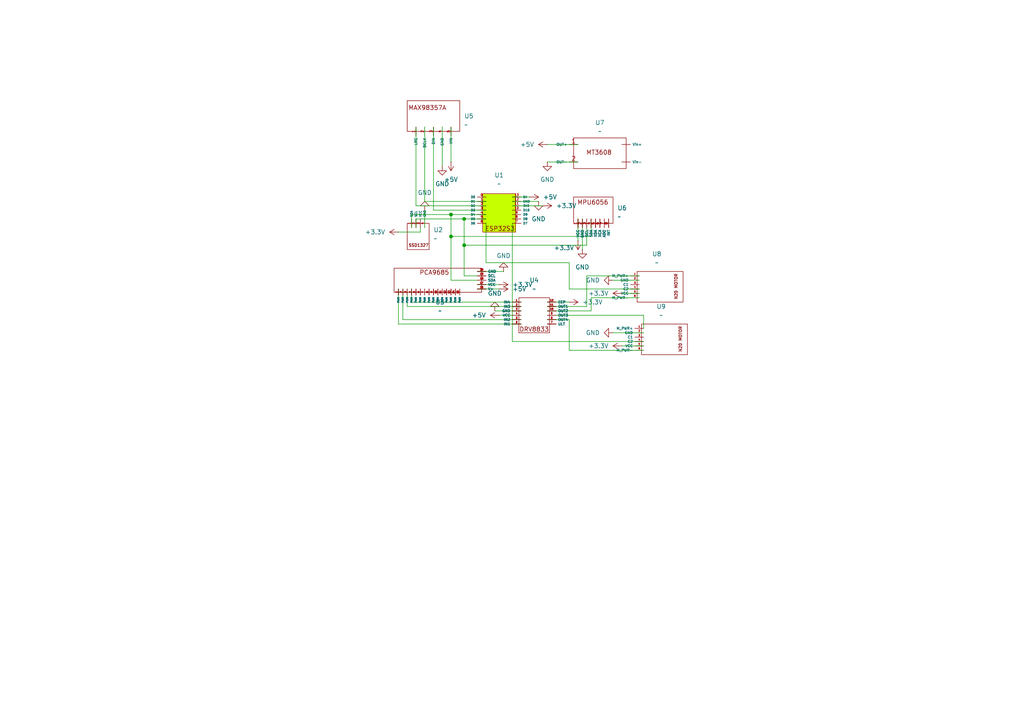
<source format=kicad_sch>
(kicad_sch
	(version 20250114)
	(generator "eeschema")
	(generator_version "9.0")
	(uuid "ce6d0480-4972-41ba-add3-2d90f10793cb")
	(paper "A4")
	(lib_symbols
		(symbol "Motor_Encoder_1"
			(exclude_from_sim no)
			(in_bom yes)
			(on_board yes)
			(property "Reference" "U9"
				(at -1.27 8.89 0)
				(effects
					(font
						(size 1.27 1.27)
					)
				)
			)
			(property "Value" "~"
				(at -1.27 6.35 0)
				(effects
					(font
						(size 1.27 1.27)
					)
				)
			)
			(property "Footprint" ""
				(at 0 0 0)
				(effects
					(font
						(size 1.27 1.27)
					)
					(hide yes)
				)
			)
			(property "Datasheet" ""
				(at 0 0 0)
				(effects
					(font
						(size 1.27 1.27)
					)
					(hide yes)
				)
			)
			(property "Description" ""
				(at 0 0 0)
				(effects
					(font
						(size 1.27 1.27)
					)
					(hide yes)
				)
			)
			(symbol "Motor_Encoder_1_0_1"
				(rectangle
					(start -6.985 3.81)
					(end 6.35 -5.08)
					(stroke
						(width 0)
						(type default)
					)
					(fill
						(type none)
					)
				)
			)
			(symbol "Motor_Encoder_1_1_1"
				(text "N20 MOTOR\n"
					(at 4.318 -0.508 900)
					(effects
						(font
							(size 0.85 0.85)
						)
					)
				)
				(pin input line
					(at -6.35 2.54 180)
					(length 2.54)
					(name "M_PWR+"
						(effects
							(font
								(size 0.75 0.75)
							)
						)
					)
					(number "1"
						(effects
							(font
								(size 0.5 0.5)
							)
						)
					)
				)
				(pin input line
					(at -6.35 1.27 180)
					(length 2.54)
					(name "GND"
						(effects
							(font
								(size 0.75 0.75)
							)
						)
					)
					(number "2"
						(effects
							(font
								(size 0.5 0.5)
							)
						)
					)
				)
				(pin input line
					(at -6.35 0 180)
					(length 2.54)
					(name "C1"
						(effects
							(font
								(size 0.75 0.75)
							)
						)
					)
					(number "3"
						(effects
							(font
								(size 0.5 0.5)
							)
						)
					)
				)
				(pin input line
					(at -6.35 -1.27 180)
					(length 2.54)
					(name "C2"
						(effects
							(font
								(size 0.75 0.75)
							)
						)
					)
					(number "4"
						(effects
							(font
								(size 0.5 0.5)
							)
						)
					)
				)
				(pin input line
					(at -6.35 -2.54 180)
					(length 2.54)
					(name "VCC"
						(effects
							(font
								(size 0.75 0.75)
							)
						)
					)
					(number "5"
						(effects
							(font
								(size 0.5 0.5)
							)
						)
					)
				)
				(pin input line
					(at -6.35 -3.81 180)
					(length 2.54)
					(name "M_PWR-"
						(effects
							(font
								(size 0.75 0.75)
							)
						)
					)
					(number "6"
						(effects
							(font
								(size 0.5 0.5)
							)
						)
					)
				)
			)
			(embedded_fonts no)
		)
		(symbol "Xiao seeed esp32 symbol:Amplifier"
			(exclude_from_sim no)
			(in_bom yes)
			(on_board yes)
			(property "Reference" "U5"
				(at 8.89 0.6351 0)
				(effects
					(font
						(size 1.27 1.27)
					)
					(justify left)
				)
			)
			(property "Value" "~"
				(at 8.89 -1.9049 0)
				(effects
					(font
						(size 1.27 1.27)
					)
					(justify left)
				)
			)
			(property "Footprint" ""
				(at 0 0 0)
				(effects
					(font
						(size 1.27 1.27)
					)
					(hide yes)
				)
			)
			(property "Datasheet" ""
				(at 0 0 0)
				(effects
					(font
						(size 1.27 1.27)
					)
					(hide yes)
				)
			)
			(property "Description" ""
				(at 0 0 0)
				(effects
					(font
						(size 1.27 1.27)
					)
					(hide yes)
				)
			)
			(symbol "Amplifier_0_1"
				(rectangle
					(start -7.62 5.08)
					(end 7.62 -3.81)
					(stroke
						(width 0)
						(type default)
					)
					(fill
						(type none)
					)
				)
			)
			(symbol "Amplifier_1_1"
				(text "MAX98357A\n"
					(at -1.778 3.048 0)
					(effects
						(font
							(size 1.27 1.27)
						)
					)
				)
				(pin input line
					(at -5.08 -2.54 270)
					(length 2.54)
					(name "LRC"
						(effects
							(font
								(size 0.75 0.75)
							)
						)
					)
					(number "1"
						(effects
							(font
								(size 0.75 0.75)
							)
						)
					)
				)
				(pin input line
					(at -2.54 -2.54 270)
					(length 2.54)
					(name "BCLK"
						(effects
							(font
								(size 0.75 0.75)
							)
						)
					)
					(number "2"
						(effects
							(font
								(size 0.75 0.75)
							)
						)
					)
				)
				(pin input line
					(at 0 -2.54 270)
					(length 2.54)
					(name "DIN"
						(effects
							(font
								(size 0.75 0.75)
							)
						)
					)
					(number "3"
						(effects
							(font
								(size 0.75 0.75)
							)
						)
					)
				)
				(pin input line
					(at 2.54 -2.54 270)
					(length 2.54)
					(name "GND"
						(effects
							(font
								(size 0.75 0.75)
							)
						)
					)
					(number "4"
						(effects
							(font
								(size 0.75 0.75)
							)
						)
					)
				)
				(pin input line
					(at 5.08 -2.54 270)
					(length 2.54)
					(name "VIN"
						(effects
							(font
								(size 0.75 0.75)
							)
						)
					)
					(number "5"
						(effects
							(font
								(size 0.75 0.75)
							)
						)
					)
				)
			)
			(embedded_fonts no)
		)
		(symbol "Xiao seeed esp32 symbol:Booster"
			(exclude_from_sim no)
			(in_bom yes)
			(on_board yes)
			(property "Reference" "U7"
				(at 0 8.89 0)
				(effects
					(font
						(size 1.27 1.27)
					)
				)
			)
			(property "Value" "~"
				(at 0 6.35 0)
				(effects
					(font
						(size 1.27 1.27)
					)
				)
			)
			(property "Footprint" ""
				(at 0 0 0)
				(effects
					(font
						(size 1.27 1.27)
					)
					(hide yes)
				)
			)
			(property "Datasheet" ""
				(at 0 0 0)
				(effects
					(font
						(size 1.27 1.27)
					)
					(hide yes)
				)
			)
			(property "Description" ""
				(at 0 0 0)
				(effects
					(font
						(size 1.27 1.27)
					)
					(hide yes)
				)
			)
			(symbol "Booster_0_1"
				(rectangle
					(start -7.62 4.445)
					(end 7.62 -4.445)
					(stroke
						(width 0)
						(type default)
					)
					(fill
						(type none)
					)
				)
			)
			(symbol "Booster_1_1"
				(text "MT3608"
					(at -0.254 0.254 0)
					(effects
						(font
							(size 1.27 1.27)
						)
					)
				)
				(pin input line
					(at -6.35 2.54 180)
					(length 2.54)
					(name "OUT+"
						(effects
							(font
								(size 0.75 0.75)
							)
						)
					)
					(number "1"
						(effects
							(font
								(size 1.27 1.27)
							)
						)
					)
				)
				(pin input line
					(at -6.35 -2.54 180)
					(length 2.54)
					(name "OUT-"
						(effects
							(font
								(size 0.75 0.75)
							)
						)
					)
					(number "2"
						(effects
							(font
								(size 1.27 1.27)
							)
						)
					)
				)
				(pin input line
					(at 6.35 2.54 0)
					(length 2.54)
					(name "Vin+"
						(effects
							(font
								(size 0.75 0.75)
							)
						)
					)
					(number ""
						(effects
							(font
								(size 1.27 1.27)
							)
						)
					)
				)
				(pin input line
					(at 6.35 -2.54 0)
					(length 2.54)
					(name "Vin-"
						(effects
							(font
								(size 0.75 0.75)
							)
						)
					)
					(number ""
						(effects
							(font
								(size 1.27 1.27)
							)
						)
					)
				)
			)
			(embedded_fonts no)
		)
		(symbol "Xiao seeed esp32 symbol:MPU6056"
			(exclude_from_sim no)
			(in_bom yes)
			(on_board yes)
			(property "Reference" "U6"
				(at 7.62 0.6351 0)
				(effects
					(font
						(size 1.27 1.27)
					)
					(justify left)
				)
			)
			(property "Value" "~"
				(at 7.62 -1.9049 0)
				(effects
					(font
						(size 1.27 1.27)
					)
					(justify left)
				)
			)
			(property "Footprint" ""
				(at 0 0 0)
				(effects
					(font
						(size 1.27 1.27)
					)
					(hide yes)
				)
			)
			(property "Datasheet" ""
				(at 0 0 0)
				(effects
					(font
						(size 1.27 1.27)
					)
					(hide yes)
				)
			)
			(property "Description" ""
				(at 0 0 0)
				(effects
					(font
						(size 1.27 1.27)
					)
					(hide yes)
				)
			)
			(symbol "MPU6056_0_1"
				(rectangle
					(start -5.08 3.81)
					(end 6.35 -3.81)
					(stroke
						(width 0)
						(type default)
					)
					(fill
						(type none)
					)
				)
			)
			(symbol "MPU6056_1_1"
				(text "MPU6056\n"
					(at 0.508 2.286 0)
					(effects
						(font
							(size 1.27 1.27)
						)
					)
				)
				(pin input line
					(at -3.81 -2.54 270)
					(length 2.54)
					(name "VCC"
						(effects
							(font
								(size 0.75 0.75)
							)
						)
					)
					(number "1"
						(effects
							(font
								(size 0.75 0.75)
							)
						)
					)
				)
				(pin input line
					(at -2.54 -2.54 270)
					(length 2.54)
					(name "GND"
						(effects
							(font
								(size 0.75 0.75)
							)
						)
					)
					(number "2"
						(effects
							(font
								(size 0.75 0.75)
							)
						)
					)
				)
				(pin input line
					(at -1.27 -2.54 270)
					(length 2.54)
					(name "SCL"
						(effects
							(font
								(size 0.75 0.75)
							)
						)
					)
					(number "3"
						(effects
							(font
								(size 0.75 0.75)
							)
						)
					)
				)
				(pin input line
					(at 0 -2.54 270)
					(length 2.54)
					(name "SDA"
						(effects
							(font
								(size 0.75 0.75)
							)
						)
					)
					(number "4"
						(effects
							(font
								(size 0.75 0.75)
							)
						)
					)
				)
				(pin input line
					(at 1.27 -2.54 270)
					(length 2.54)
					(name "XDA"
						(effects
							(font
								(size 0.75 0.75)
							)
						)
					)
					(number "5"
						(effects
							(font
								(size 0.75 0.75)
							)
						)
					)
				)
				(pin input line
					(at 2.54 -2.54 270)
					(length 2.54)
					(name "XCA"
						(effects
							(font
								(size 0.75 0.75)
							)
						)
					)
					(number "6"
						(effects
							(font
								(size 0.75 0.75)
							)
						)
					)
				)
				(pin input line
					(at 3.81 -2.54 270)
					(length 2.54)
					(name "ADO"
						(effects
							(font
								(size 0.75 0.75)
							)
						)
					)
					(number "7"
						(effects
							(font
								(size 0.75 0.75)
							)
						)
					)
				)
				(pin input line
					(at 5.08 -2.54 270)
					(length 2.54)
					(name "INT"
						(effects
							(font
								(size 0.75 0.75)
							)
						)
					)
					(number "8"
						(effects
							(font
								(size 0.75 0.75)
							)
						)
					)
				)
			)
			(embedded_fonts no)
		)
		(symbol "Xiao seeed esp32 symbol:Motor_Driver"
			(exclude_from_sim no)
			(in_bom yes)
			(on_board yes)
			(property "Reference" "U4"
				(at 0 10.16 0)
				(effects
					(font
						(size 1.27 1.27)
					)
				)
			)
			(property "Value" "~"
				(at 0 7.62 0)
				(effects
					(font
						(size 1.27 1.27)
					)
				)
			)
			(property "Footprint" ""
				(at 0 0 0)
				(effects
					(font
						(size 1.27 1.27)
					)
					(hide yes)
				)
			)
			(property "Datasheet" ""
				(at 0 0 0)
				(effects
					(font
						(size 1.27 1.27)
					)
					(hide yes)
				)
			)
			(property "Description" ""
				(at 0 0 0)
				(effects
					(font
						(size 1.27 1.27)
					)
					(hide yes)
				)
			)
			(symbol "Motor_Driver_0_1"
				(rectangle
					(start -4.445 5.0799)
					(end 4.445 -5.0799)
					(stroke
						(width 0)
						(type default)
					)
					(fill
						(type none)
					)
				)
			)
			(symbol "Motor_Driver_1_1"
				(text "DRV8833"
					(at 0 -4.064 0)
					(effects
						(font
							(size 1.27 1.27)
						)
					)
				)
				(pin input line
					(at -3.81 3.81 180)
					(length 2.54)
					(name "IN4"
						(effects
							(font
								(size 0.75 0.75)
							)
						)
					)
					(number "1"
						(effects
							(font
								(size 0.5 0.5)
							)
						)
					)
				)
				(pin input line
					(at -3.81 2.54 180)
					(length 2.54)
					(name "IN3"
						(effects
							(font
								(size 0.75 0.75)
							)
						)
					)
					(number "2"
						(effects
							(font
								(size 0.5 0.5)
							)
						)
					)
				)
				(pin input line
					(at -3.81 1.27 180)
					(length 2.54)
					(name "GND"
						(effects
							(font
								(size 0.75 0.75)
							)
						)
					)
					(number "3"
						(effects
							(font
								(size 0.5 0.5)
							)
						)
					)
				)
				(pin input line
					(at -3.81 0 180)
					(length 2.54)
					(name "VCC"
						(effects
							(font
								(size 0.75 0.75)
							)
						)
					)
					(number "4"
						(effects
							(font
								(size 0.5 0.5)
							)
						)
					)
				)
				(pin input line
					(at -3.81 -1.27 180)
					(length 2.54)
					(name "IN2"
						(effects
							(font
								(size 0.75 0.75)
							)
						)
					)
					(number "5"
						(effects
							(font
								(size 0.5 0.5)
							)
						)
					)
				)
				(pin input line
					(at -3.81 -2.54 180)
					(length 2.54)
					(name "IN1"
						(effects
							(font
								(size 0.75 0.75)
							)
						)
					)
					(number "6"
						(effects
							(font
								(size 0.5 0.5)
							)
						)
					)
				)
				(pin input line
					(at 3.81 3.81 0)
					(length 2.54)
					(name "EEP"
						(effects
							(font
								(size 0.75 0.75)
							)
						)
					)
					(number "12"
						(effects
							(font
								(size 0.5 0.5)
							)
						)
					)
				)
				(pin input line
					(at 3.81 2.54 0)
					(length 2.54)
					(name "OUT1"
						(effects
							(font
								(size 0.75 0.75)
							)
						)
					)
					(number "11"
						(effects
							(font
								(size 0.5 0.5)
							)
						)
					)
				)
				(pin input line
					(at 3.81 1.27 0)
					(length 2.54)
					(name "OUT2"
						(effects
							(font
								(size 0.75 0.75)
							)
						)
					)
					(number "10"
						(effects
							(font
								(size 0.5 0.5)
							)
						)
					)
				)
				(pin input line
					(at 3.81 0 0)
					(length 2.54)
					(name "OUT3"
						(effects
							(font
								(size 0.75 0.75)
							)
						)
					)
					(number "9"
						(effects
							(font
								(size 0.5 0.5)
							)
						)
					)
				)
				(pin input line
					(at 3.81 -1.27 0)
					(length 2.54)
					(name "OUT4"
						(effects
							(font
								(size 0.75 0.75)
							)
						)
					)
					(number "8"
						(effects
							(font
								(size 0.5 0.5)
							)
						)
					)
				)
				(pin input line
					(at 3.81 -2.54 0)
					(length 2.54)
					(name "ULT"
						(effects
							(font
								(size 0.75 0.75)
							)
						)
					)
					(number "7"
						(effects
							(font
								(size 0.5 0.5)
							)
						)
					)
				)
			)
			(embedded_fonts no)
		)
		(symbol "Xiao seeed esp32 symbol:Motor_Encoder"
			(exclude_from_sim no)
			(in_bom yes)
			(on_board yes)
			(property "Reference" "U8"
				(at -1.27 8.89 0)
				(effects
					(font
						(size 1.27 1.27)
					)
				)
			)
			(property "Value" "~"
				(at -1.27 6.35 0)
				(effects
					(font
						(size 1.27 1.27)
					)
				)
			)
			(property "Footprint" ""
				(at 0 0 0)
				(effects
					(font
						(size 1.27 1.27)
					)
					(hide yes)
				)
			)
			(property "Datasheet" ""
				(at 0 0 0)
				(effects
					(font
						(size 1.27 1.27)
					)
					(hide yes)
				)
			)
			(property "Description" ""
				(at 0 0 0)
				(effects
					(font
						(size 1.27 1.27)
					)
					(hide yes)
				)
			)
			(symbol "Motor_Encoder_0_1"
				(rectangle
					(start -6.985 3.81)
					(end 6.35 -5.08)
					(stroke
						(width 0)
						(type default)
					)
					(fill
						(type none)
					)
				)
			)
			(symbol "Motor_Encoder_1_1"
				(text "N20 MOTOR\n"
					(at 4.318 -0.508 900)
					(effects
						(font
							(size 0.85 0.85)
						)
					)
				)
				(pin input line
					(at -6.35 2.54 180)
					(length 2.54)
					(name "M_PWR+"
						(effects
							(font
								(size 0.75 0.75)
							)
						)
					)
					(number "1"
						(effects
							(font
								(size 0.5 0.5)
							)
						)
					)
				)
				(pin input line
					(at -6.35 1.27 180)
					(length 2.54)
					(name "GND"
						(effects
							(font
								(size 0.75 0.75)
							)
						)
					)
					(number "2"
						(effects
							(font
								(size 0.5 0.5)
							)
						)
					)
				)
				(pin input line
					(at -6.35 0 180)
					(length 2.54)
					(name "C1"
						(effects
							(font
								(size 0.75 0.75)
							)
						)
					)
					(number "3"
						(effects
							(font
								(size 0.5 0.5)
							)
						)
					)
				)
				(pin input line
					(at -6.35 -1.27 180)
					(length 2.54)
					(name "C2"
						(effects
							(font
								(size 0.75 0.75)
							)
						)
					)
					(number "4"
						(effects
							(font
								(size 0.5 0.5)
							)
						)
					)
				)
				(pin input line
					(at -6.35 -2.54 180)
					(length 2.54)
					(name "VCC"
						(effects
							(font
								(size 0.75 0.75)
							)
						)
					)
					(number "5"
						(effects
							(font
								(size 0.5 0.5)
							)
						)
					)
				)
				(pin input line
					(at -6.35 -3.81 180)
					(length 2.54)
					(name "M_PWR-"
						(effects
							(font
								(size 0.75 0.75)
							)
						)
					)
					(number "6"
						(effects
							(font
								(size 0.5 0.5)
							)
						)
					)
				)
			)
			(embedded_fonts no)
		)
		(symbol "Xiao seeed esp32 symbol:Oled_Dipslay"
			(exclude_from_sim no)
			(in_bom yes)
			(on_board yes)
			(property "Reference" "U"
				(at 0 0 0)
				(effects
					(font
						(size 1.27 1.27)
					)
				)
			)
			(property "Value" ""
				(at 0 0 0)
				(effects
					(font
						(size 1.27 1.27)
					)
				)
			)
			(property "Footprint" ""
				(at 0 0 0)
				(effects
					(font
						(size 1.27 1.27)
					)
					(hide yes)
				)
			)
			(property "Datasheet" ""
				(at 0 0 0)
				(effects
					(font
						(size 1.27 1.27)
					)
					(hide yes)
				)
			)
			(property "Description" ""
				(at 0 0 0)
				(effects
					(font
						(size 1.27 1.27)
					)
					(hide yes)
				)
			)
			(symbol "Oled_Dipslay_0_1"
				(rectangle
					(start -2.5399 3.81)
					(end 3.8099 -3.81)
					(stroke
						(width 0)
						(type default)
					)
					(fill
						(type none)
					)
				)
			)
			(symbol "Oled_Dipslay_1_1"
				(text "SSD1327"
					(at 0.762 -2.54 0)
					(effects
						(font
							(size 0.85 0.85)
						)
					)
				)
				(pin input line
					(at -1.27 2.54 90)
					(length 2.54)
					(name "SDA"
						(effects
							(font
								(size 0.635 0.635)
							)
						)
					)
					(number "1"
						(effects
							(font
								(size 0.635 0.635)
							)
						)
					)
				)
				(pin input line
					(at 0 2.54 90)
					(length 2.54)
					(name "SCL"
						(effects
							(font
								(size 0.635 0.635)
							)
						)
					)
					(number "2"
						(effects
							(font
								(size 0.635 0.635)
							)
						)
					)
				)
				(pin input line
					(at 1.27 2.54 90)
					(length 2.54)
					(name "VCC"
						(effects
							(font
								(size 0.635 0.635)
							)
						)
					)
					(number "3"
						(effects
							(font
								(size 0.635 0.635)
							)
						)
					)
				)
				(pin input line
					(at 2.54 2.54 90)
					(length 2.54)
					(name "GND"
						(effects
							(font
								(size 0.635 0.635)
							)
						)
					)
					(number "4"
						(effects
							(font
								(size 0.635 0.635)
							)
						)
					)
				)
			)
			(embedded_fonts no)
		)
		(symbol "Xiao seeed esp32 symbol:Pin_Extension"
			(exclude_from_sim no)
			(in_bom yes)
			(on_board yes)
			(property "Reference" "U3"
				(at -0.635 -6.35 0)
				(effects
					(font
						(size 1.27 1.27)
					)
				)
			)
			(property "Value" "~"
				(at -0.635 -8.89 0)
				(effects
					(font
						(size 1.27 1.27)
					)
				)
			)
			(property "Footprint" ""
				(at 0 0 0)
				(effects
					(font
						(size 1.27 1.27)
					)
					(hide yes)
				)
			)
			(property "Datasheet" ""
				(at 0 0 0)
				(effects
					(font
						(size 1.27 1.27)
					)
					(hide yes)
				)
			)
			(property "Description" ""
				(at 0 0 0)
				(effects
					(font
						(size 1.27 1.27)
					)
					(hide yes)
				)
			)
			(symbol "Pin_Extension_0_1"
				(rectangle
					(start -13.97 3.4925)
					(end 11.43 -3.4925)
					(stroke
						(width 0)
						(type default)
					)
					(fill
						(type none)
					)
				)
			)
			(symbol "Pin_Extension_1_1"
				(text "PCA9685"
					(at -2.286 2.286 0)
					(effects
						(font
							(size 1.27 1.27)
						)
					)
				)
				(pin input line
					(at -12.7 -2.54 270)
					(length 1.75)
					(name "PWM"
						(effects
							(font
								(size 0.5 0.5)
							)
						)
					)
					(number "1"
						(effects
							(font
								(size 0.5 0.5)
							)
						)
					)
				)
				(pin input line
					(at -11.43 -2.54 270)
					(length 1.75)
					(name "PWM"
						(effects
							(font
								(size 0.5 0.5)
							)
						)
					)
					(number "2"
						(effects
							(font
								(size 0.5 0.5)
							)
						)
					)
				)
				(pin input line
					(at -10.16 -2.54 270)
					(length 1.75)
					(name "PWM"
						(effects
							(font
								(size 0.5 0.5)
							)
						)
					)
					(number "3"
						(effects
							(font
								(size 0.5 0.5)
							)
						)
					)
				)
				(pin input line
					(at -8.89 -2.54 270)
					(length 1.75)
					(name "PWM"
						(effects
							(font
								(size 0.5 0.5)
							)
						)
					)
					(number "4"
						(effects
							(font
								(size 0.5 0.5)
							)
						)
					)
				)
				(pin input line
					(at -7.62 -2.54 270)
					(length 1.75)
					(name "PWM"
						(effects
							(font
								(size 0.5 0.5)
							)
						)
					)
					(number "5"
						(effects
							(font
								(size 0.5 0.5)
							)
						)
					)
				)
				(pin input line
					(at -6.35 -2.54 270)
					(length 1.75)
					(name "PWM"
						(effects
							(font
								(size 0.5 0.5)
							)
						)
					)
					(number "6"
						(effects
							(font
								(size 0.5 0.5)
							)
						)
					)
				)
				(pin input line
					(at -5.08 -2.54 270)
					(length 1.75)
					(name "PWM"
						(effects
							(font
								(size 0.5 0.5)
							)
						)
					)
					(number "7"
						(effects
							(font
								(size 0.5 0.5)
							)
						)
					)
				)
				(pin input line
					(at -3.81 -2.54 270)
					(length 1.75)
					(name "PWM"
						(effects
							(font
								(size 0.5 0.5)
							)
						)
					)
					(number "8"
						(effects
							(font
								(size 0.5 0.5)
							)
						)
					)
				)
				(pin input line
					(at -2.54 -2.54 270)
					(length 1.75)
					(name "PWM"
						(effects
							(font
								(size 0.5 0.5)
							)
						)
					)
					(number "9"
						(effects
							(font
								(size 0.5 0.5)
							)
						)
					)
				)
				(pin input line
					(at -1.27 -2.54 270)
					(length 1.75)
					(name "PWM"
						(effects
							(font
								(size 0.5 0.5)
							)
						)
					)
					(number "10"
						(effects
							(font
								(size 0.5 0.5)
							)
						)
					)
				)
				(pin input line
					(at 0 -2.54 270)
					(length 1.75)
					(name "PWM"
						(effects
							(font
								(size 0.5 0.5)
							)
						)
					)
					(number "11"
						(effects
							(font
								(size 0.5 0.5)
							)
						)
					)
				)
				(pin input line
					(at 1.27 -2.54 270)
					(length 1.75)
					(name "PWM"
						(effects
							(font
								(size 0.5 0.5)
							)
						)
					)
					(number "12"
						(effects
							(font
								(size 0.5 0.5)
							)
						)
					)
				)
				(pin input line
					(at 2.54 -2.54 270)
					(length 1.75)
					(name "PWM"
						(effects
							(font
								(size 0.5 0.5)
							)
						)
					)
					(number "13"
						(effects
							(font
								(size 0.5 0.5)
							)
						)
					)
				)
				(pin input line
					(at 3.81 -2.54 270)
					(length 1.75)
					(name "PWM"
						(effects
							(font
								(size 0.5 0.5)
							)
						)
					)
					(number "14"
						(effects
							(font
								(size 0.5 0.5)
							)
						)
					)
				)
				(pin input line
					(at 5.08 -2.54 270)
					(length 1.75)
					(name "PWM"
						(effects
							(font
								(size 0.5 0.5)
							)
						)
					)
					(number "15"
						(effects
							(font
								(size 0.5 0.5)
							)
						)
					)
				)
				(pin input line
					(at 10.16 2.54 0)
					(length 2.54)
					(name "GND"
						(effects
							(font
								(size 0.75 0.75)
							)
						)
					)
					(number "20"
						(effects
							(font
								(size 0.5 0.5)
							)
						)
					)
				)
				(pin input line
					(at 10.16 1.27 0)
					(length 2.54)
					(name "SCL"
						(effects
							(font
								(size 0.75 0.75)
							)
						)
					)
					(number "19"
						(effects
							(font
								(size 0.5 0.5)
							)
						)
					)
				)
				(pin input line
					(at 10.16 0 0)
					(length 2.54)
					(name "SDA"
						(effects
							(font
								(size 0.75 0.75)
							)
						)
					)
					(number "18"
						(effects
							(font
								(size 0.5 0.5)
							)
						)
					)
				)
				(pin input line
					(at 10.16 -1.27 0)
					(length 2.54)
					(name "VCC"
						(effects
							(font
								(size 0.75 0.75)
							)
						)
					)
					(number "17"
						(effects
							(font
								(size 0.5 0.5)
							)
						)
					)
				)
				(pin input line
					(at 10.16 -2.54 0)
					(length 2.54)
					(name "V+"
						(effects
							(font
								(size 0.75 0.75)
							)
						)
					)
					(number "16"
						(effects
							(font
								(size 0.5 0.5)
							)
						)
					)
				)
			)
			(embedded_fonts no)
		)
		(symbol "Xiao seeed esp32 symbol:Xiao ESP32S3"
			(exclude_from_sim no)
			(in_bom yes)
			(on_board yes)
			(property "Reference" "U"
				(at 0 0 0)
				(effects
					(font
						(size 1.27 1.27)
					)
				)
			)
			(property "Value" ""
				(at 0 0 0)
				(effects
					(font
						(size 1.27 1.27)
					)
				)
			)
			(property "Footprint" ""
				(at 0 0 0)
				(effects
					(font
						(size 1.27 1.27)
					)
					(hide yes)
				)
			)
			(property "Datasheet" ""
				(at 0 0 0)
				(effects
					(font
						(size 1.27 1.27)
					)
					(hide yes)
				)
			)
			(property "Description" ""
				(at 0 0 0)
				(effects
					(font
						(size 1.27 1.27)
					)
					(hide yes)
				)
			)
			(symbol "Xiao ESP32S3_1_1"
				(rectangle
					(start -4.7625 4.7625)
					(end 4.7625 -6.3499)
					(stroke
						(width 0)
						(type solid)
					)
					(fill
						(type color)
						(color 198 255 0 1)
					)
				)
				(text "ESP32S3"
					(at 0.254 -5.334 0)
					(effects
						(font
							(size 1.27 1.27)
						)
					)
				)
				(pin input line
					(at -3.81 3.81 180)
					(length 2.54)
					(name "D0"
						(effects
							(font
								(size 0.635 0.635)
							)
						)
					)
					(number "0"
						(effects
							(font
								(size 0.635 0.635)
							)
						)
					)
				)
				(pin input line
					(at -3.81 2.54 180)
					(length 2.54)
					(name "D1"
						(effects
							(font
								(size 0.635 0.635)
							)
						)
					)
					(number "1"
						(effects
							(font
								(size 0.635 0.635)
							)
						)
					)
				)
				(pin input line
					(at -3.81 1.27 180)
					(length 2.54)
					(name "D2"
						(effects
							(font
								(size 0.635 0.635)
							)
						)
					)
					(number "2"
						(effects
							(font
								(size 0.635 0.635)
							)
						)
					)
				)
				(pin input line
					(at -3.81 0 180)
					(length 2.54)
					(name "D3"
						(effects
							(font
								(size 0.635 0.635)
							)
						)
					)
					(number "3"
						(effects
							(font
								(size 0.635 0.635)
							)
						)
					)
				)
				(pin input line
					(at -3.81 -1.27 180)
					(length 2.54)
					(name "D4"
						(effects
							(font
								(size 0.635 0.635)
							)
						)
					)
					(number "4"
						(effects
							(font
								(size 0.635 0.635)
							)
						)
					)
				)
				(pin input line
					(at -3.81 -2.54 180)
					(length 2.54)
					(name "D5"
						(effects
							(font
								(size 0.635 0.635)
							)
						)
					)
					(number "5"
						(effects
							(font
								(size 0.635 0.635)
							)
						)
					)
				)
				(pin input line
					(at -3.81 -3.81 180)
					(length 2.54)
					(name "D6"
						(effects
							(font
								(size 0.635 0.635)
							)
						)
					)
					(number "6"
						(effects
							(font
								(size 0.635 0.635)
							)
						)
					)
				)
				(pin input line
					(at 3.81 3.81 0)
					(length 2.54)
					(name "5V"
						(effects
							(font
								(size 0.635 0.635)
							)
						)
					)
					(number "13"
						(effects
							(font
								(size 0.635 0.635)
							)
						)
					)
				)
				(pin input line
					(at 3.81 2.54 0)
					(length 2.54)
					(name "GND"
						(effects
							(font
								(size 0.635 0.635)
							)
						)
					)
					(number "12"
						(effects
							(font
								(size 0.635 0.635)
							)
						)
					)
				)
				(pin input line
					(at 3.81 1.27 0)
					(length 2.54)
					(name "3V3"
						(effects
							(font
								(size 0.635 0.635)
							)
						)
					)
					(number "11"
						(effects
							(font
								(size 0.635 0.635)
							)
						)
					)
				)
				(pin input line
					(at 3.81 0 0)
					(length 2.54)
					(name "D10"
						(effects
							(font
								(size 0.635 0.635)
							)
						)
					)
					(number "10"
						(effects
							(font
								(size 0.635 0.635)
							)
						)
					)
				)
				(pin input line
					(at 3.81 -1.27 0)
					(length 2.54)
					(name "D9"
						(effects
							(font
								(size 0.635 0.635)
							)
						)
					)
					(number "9"
						(effects
							(font
								(size 0.635 0.635)
							)
						)
					)
				)
				(pin input line
					(at 3.81 -2.54 0)
					(length 2.54)
					(name "D8"
						(effects
							(font
								(size 0.635 0.635)
							)
						)
					)
					(number "8"
						(effects
							(font
								(size 0.635 0.635)
							)
						)
					)
				)
				(pin input line
					(at 3.81 -3.81 0)
					(length 2.54)
					(name "D7"
						(effects
							(font
								(size 0.635 0.635)
							)
						)
					)
					(number "7"
						(effects
							(font
								(size 0.635 0.635)
							)
						)
					)
				)
			)
			(embedded_fonts no)
		)
		(symbol "power:+3.3V"
			(power)
			(pin_numbers
				(hide yes)
			)
			(pin_names
				(offset 0)
				(hide yes)
			)
			(exclude_from_sim no)
			(in_bom yes)
			(on_board yes)
			(property "Reference" "#PWR"
				(at 0 -3.81 0)
				(effects
					(font
						(size 1.27 1.27)
					)
					(hide yes)
				)
			)
			(property "Value" "+3.3V"
				(at 0 3.556 0)
				(effects
					(font
						(size 1.27 1.27)
					)
				)
			)
			(property "Footprint" ""
				(at 0 0 0)
				(effects
					(font
						(size 1.27 1.27)
					)
					(hide yes)
				)
			)
			(property "Datasheet" ""
				(at 0 0 0)
				(effects
					(font
						(size 1.27 1.27)
					)
					(hide yes)
				)
			)
			(property "Description" "Power symbol creates a global label with name \"+3.3V\""
				(at 0 0 0)
				(effects
					(font
						(size 1.27 1.27)
					)
					(hide yes)
				)
			)
			(property "ki_keywords" "global power"
				(at 0 0 0)
				(effects
					(font
						(size 1.27 1.27)
					)
					(hide yes)
				)
			)
			(symbol "+3.3V_0_1"
				(polyline
					(pts
						(xy -0.762 1.27) (xy 0 2.54)
					)
					(stroke
						(width 0)
						(type default)
					)
					(fill
						(type none)
					)
				)
				(polyline
					(pts
						(xy 0 2.54) (xy 0.762 1.27)
					)
					(stroke
						(width 0)
						(type default)
					)
					(fill
						(type none)
					)
				)
				(polyline
					(pts
						(xy 0 0) (xy 0 2.54)
					)
					(stroke
						(width 0)
						(type default)
					)
					(fill
						(type none)
					)
				)
			)
			(symbol "+3.3V_1_1"
				(pin power_in line
					(at 0 0 90)
					(length 0)
					(name "~"
						(effects
							(font
								(size 1.27 1.27)
							)
						)
					)
					(number "1"
						(effects
							(font
								(size 1.27 1.27)
							)
						)
					)
				)
			)
			(embedded_fonts no)
		)
		(symbol "power:+5V"
			(power)
			(pin_numbers
				(hide yes)
			)
			(pin_names
				(offset 0)
				(hide yes)
			)
			(exclude_from_sim no)
			(in_bom yes)
			(on_board yes)
			(property "Reference" "#PWR"
				(at 0 -3.81 0)
				(effects
					(font
						(size 1.27 1.27)
					)
					(hide yes)
				)
			)
			(property "Value" "+5V"
				(at 0 3.556 0)
				(effects
					(font
						(size 1.27 1.27)
					)
				)
			)
			(property "Footprint" ""
				(at 0 0 0)
				(effects
					(font
						(size 1.27 1.27)
					)
					(hide yes)
				)
			)
			(property "Datasheet" ""
				(at 0 0 0)
				(effects
					(font
						(size 1.27 1.27)
					)
					(hide yes)
				)
			)
			(property "Description" "Power symbol creates a global label with name \"+5V\""
				(at 0 0 0)
				(effects
					(font
						(size 1.27 1.27)
					)
					(hide yes)
				)
			)
			(property "ki_keywords" "global power"
				(at 0 0 0)
				(effects
					(font
						(size 1.27 1.27)
					)
					(hide yes)
				)
			)
			(symbol "+5V_0_1"
				(polyline
					(pts
						(xy -0.762 1.27) (xy 0 2.54)
					)
					(stroke
						(width 0)
						(type default)
					)
					(fill
						(type none)
					)
				)
				(polyline
					(pts
						(xy 0 2.54) (xy 0.762 1.27)
					)
					(stroke
						(width 0)
						(type default)
					)
					(fill
						(type none)
					)
				)
				(polyline
					(pts
						(xy 0 0) (xy 0 2.54)
					)
					(stroke
						(width 0)
						(type default)
					)
					(fill
						(type none)
					)
				)
			)
			(symbol "+5V_1_1"
				(pin power_in line
					(at 0 0 90)
					(length 0)
					(name "~"
						(effects
							(font
								(size 1.27 1.27)
							)
						)
					)
					(number "1"
						(effects
							(font
								(size 1.27 1.27)
							)
						)
					)
				)
			)
			(embedded_fonts no)
		)
		(symbol "power:GND"
			(power)
			(pin_numbers
				(hide yes)
			)
			(pin_names
				(offset 0)
				(hide yes)
			)
			(exclude_from_sim no)
			(in_bom yes)
			(on_board yes)
			(property "Reference" "#PWR"
				(at 0 -6.35 0)
				(effects
					(font
						(size 1.27 1.27)
					)
					(hide yes)
				)
			)
			(property "Value" "GND"
				(at 0 -3.81 0)
				(effects
					(font
						(size 1.27 1.27)
					)
				)
			)
			(property "Footprint" ""
				(at 0 0 0)
				(effects
					(font
						(size 1.27 1.27)
					)
					(hide yes)
				)
			)
			(property "Datasheet" ""
				(at 0 0 0)
				(effects
					(font
						(size 1.27 1.27)
					)
					(hide yes)
				)
			)
			(property "Description" "Power symbol creates a global label with name \"GND\" , ground"
				(at 0 0 0)
				(effects
					(font
						(size 1.27 1.27)
					)
					(hide yes)
				)
			)
			(property "ki_keywords" "global power"
				(at 0 0 0)
				(effects
					(font
						(size 1.27 1.27)
					)
					(hide yes)
				)
			)
			(symbol "GND_0_1"
				(polyline
					(pts
						(xy 0 0) (xy 0 -1.27) (xy 1.27 -1.27) (xy 0 -2.54) (xy -1.27 -1.27) (xy 0 -1.27)
					)
					(stroke
						(width 0)
						(type default)
					)
					(fill
						(type none)
					)
				)
			)
			(symbol "GND_1_1"
				(pin power_in line
					(at 0 0 270)
					(length 0)
					(name "~"
						(effects
							(font
								(size 1.27 1.27)
							)
						)
					)
					(number "1"
						(effects
							(font
								(size 1.27 1.27)
							)
						)
					)
				)
			)
			(embedded_fonts no)
		)
	)
	(junction
		(at 130.81 62.23)
		(diameter 0)
		(color 0 0 0 0)
		(uuid "00c3589f-f5e4-4cf1-b647-99fdf36d6328")
	)
	(junction
		(at 134.62 71.12)
		(diameter 0)
		(color 0 0 0 0)
		(uuid "352ddfef-3578-463d-a76b-f602fb3f4647")
	)
	(junction
		(at 130.81 68.58)
		(diameter 0)
		(color 0 0 0 0)
		(uuid "74dfa569-ddd8-4654-9aa9-f45a6d02818c")
	)
	(junction
		(at 134.62 63.5)
		(diameter 0)
		(color 0 0 0 0)
		(uuid "9e06df44-2713-4170-9309-092ed3a8b089")
	)
	(wire
		(pts
			(xy 170.18 88.9) (xy 170.18 80.01)
		)
		(stroke
			(width 0)
			(type default)
		)
		(uuid "0018be63-ff49-4381-8e9d-2041daff93a5")
	)
	(wire
		(pts
			(xy 170.18 80.01) (xy 185.42 80.01)
		)
		(stroke
			(width 0)
			(type default)
		)
		(uuid "06c8c1a2-67f6-4c1e-8662-b07c25b0a982")
	)
	(wire
		(pts
			(xy 158.75 92.71) (xy 165.1 92.71)
		)
		(stroke
			(width 0)
			(type default)
		)
		(uuid "07313fc5-420d-4bc0-9d8e-2dff9c7a00da")
	)
	(wire
		(pts
			(xy 158.75 90.17) (xy 171.45 90.17)
		)
		(stroke
			(width 0)
			(type default)
		)
		(uuid "087d8c2d-d576-4ffb-bbcc-1cb2dba1fd23")
	)
	(wire
		(pts
			(xy 171.45 63.5) (xy 171.45 68.58)
		)
		(stroke
			(width 0)
			(type default)
		)
		(uuid "0a1e8fbf-1200-48bf-9d59-c35d0d5ef8a5")
	)
	(wire
		(pts
			(xy 138.43 81.28) (xy 130.81 81.28)
		)
		(stroke
			(width 0)
			(type default)
		)
		(uuid "0adb9ad3-f605-4678-81d2-75586d60fec5")
	)
	(wire
		(pts
			(xy 140.97 76.2) (xy 165.1 76.2)
		)
		(stroke
			(width 0)
			(type default)
		)
		(uuid "1084ba14-9b6c-4630-99f4-c2105079f9bb")
	)
	(wire
		(pts
			(xy 165.1 92.71) (xy 165.1 101.6)
		)
		(stroke
			(width 0)
			(type default)
		)
		(uuid "12733cf5-fcb2-4aec-91ee-4757f7da18f5")
	)
	(wire
		(pts
			(xy 130.81 81.28) (xy 130.81 68.58)
		)
		(stroke
			(width 0)
			(type default)
		)
		(uuid "1480a80a-b1c5-4a05-b0f4-0950f08731e8")
	)
	(wire
		(pts
			(xy 128.27 36.83) (xy 128.27 48.26)
		)
		(stroke
			(width 0)
			(type default)
		)
		(uuid "1c75187c-a950-431b-b3de-e5b2a1f66fbf")
	)
	(wire
		(pts
			(xy 151.13 88.9) (xy 118.11 88.9)
		)
		(stroke
			(width 0)
			(type default)
		)
		(uuid "2814d4ed-78b9-490e-8558-2e0c292fc3eb")
	)
	(wire
		(pts
			(xy 130.81 36.83) (xy 130.81 46.99)
		)
		(stroke
			(width 0)
			(type default)
		)
		(uuid "374228cf-f2b0-4b94-bd3b-eccdbca80d03")
	)
	(wire
		(pts
			(xy 143.51 90.17) (xy 151.13 90.17)
		)
		(stroke
			(width 0)
			(type default)
		)
		(uuid "37e1c851-7360-42ff-88ca-fc38eb39bd0b")
	)
	(wire
		(pts
			(xy 116.84 92.71) (xy 116.84 83.82)
		)
		(stroke
			(width 0)
			(type default)
		)
		(uuid "43f4b1eb-33f7-46f7-92c8-1238e71ccdc1")
	)
	(wire
		(pts
			(xy 140.97 63.5) (xy 134.62 63.5)
		)
		(stroke
			(width 0)
			(type default)
		)
		(uuid "4986dbe1-ef5f-4896-b6f0-8099f5f451fb")
	)
	(wire
		(pts
			(xy 148.59 57.15) (xy 153.67 57.15)
		)
		(stroke
			(width 0)
			(type default)
		)
		(uuid "4c04c8cc-03ac-4ed9-bf05-bae5b62fa992")
	)
	(wire
		(pts
			(xy 165.1 101.6) (xy 186.69 101.6)
		)
		(stroke
			(width 0)
			(type default)
		)
		(uuid "4d55f7aa-b569-4997-8a69-6911b2e72bc1")
	)
	(wire
		(pts
			(xy 138.43 82.55) (xy 144.78 82.55)
		)
		(stroke
			(width 0)
			(type default)
		)
		(uuid "4e73560c-94fa-4288-b395-fc69499e2cdf")
	)
	(wire
		(pts
			(xy 118.11 88.9) (xy 118.11 83.82)
		)
		(stroke
			(width 0)
			(type default)
		)
		(uuid "52d14851-ebfc-4f53-a7ae-f43bcb0eb686")
	)
	(wire
		(pts
			(xy 148.59 64.77) (xy 148.59 99.06)
		)
		(stroke
			(width 0)
			(type default)
		)
		(uuid "5767f582-4e04-475a-972f-42838a592556")
	)
	(wire
		(pts
			(xy 138.43 80.01) (xy 134.62 80.01)
		)
		(stroke
			(width 0)
			(type default)
		)
		(uuid "5c141a2c-26ef-4331-a5a3-511bf548b973")
	)
	(wire
		(pts
			(xy 165.1 83.82) (xy 185.42 83.82)
		)
		(stroke
			(width 0)
			(type default)
		)
		(uuid "5f11888a-b457-473d-a55a-7381836281f0")
	)
	(wire
		(pts
			(xy 140.97 60.96) (xy 125.73 60.96)
		)
		(stroke
			(width 0)
			(type default)
		)
		(uuid "682e10b4-ee85-42bc-bce9-7451e6e6e6c4")
	)
	(wire
		(pts
			(xy 171.45 90.17) (xy 171.45 86.36)
		)
		(stroke
			(width 0)
			(type default)
		)
		(uuid "6ac32f48-4aaa-45a5-b9be-ca02e8034270")
	)
	(wire
		(pts
			(xy 115.57 93.98) (xy 115.57 83.82)
		)
		(stroke
			(width 0)
			(type default)
		)
		(uuid "71546e42-c94d-4539-b60a-a6d3a820770a")
	)
	(wire
		(pts
			(xy 123.19 60.96) (xy 123.19 66.04)
		)
		(stroke
			(width 0)
			(type default)
		)
		(uuid "71ecc371-a9d6-44e4-868a-f6e745dce1ca")
	)
	(wire
		(pts
			(xy 165.1 76.2) (xy 165.1 83.82)
		)
		(stroke
			(width 0)
			(type default)
		)
		(uuid "736ab4e7-0a15-4337-9430-067f7350b610")
	)
	(wire
		(pts
			(xy 158.75 46.99) (xy 167.64 46.99)
		)
		(stroke
			(width 0)
			(type default)
		)
		(uuid "756816f3-1e53-419f-906c-90b36e5aa1e1")
	)
	(wire
		(pts
			(xy 140.97 64.77) (xy 140.97 76.2)
		)
		(stroke
			(width 0)
			(type default)
		)
		(uuid "77c13321-c439-4266-bfbc-694a5325e2dd")
	)
	(wire
		(pts
			(xy 148.59 59.69) (xy 157.48 59.69)
		)
		(stroke
			(width 0)
			(type default)
		)
		(uuid "77dbe741-7a91-49c2-8fbe-a000e9b18de0")
	)
	(wire
		(pts
			(xy 140.97 59.69) (xy 120.65 59.69)
		)
		(stroke
			(width 0)
			(type default)
		)
		(uuid "7c5227b3-64e0-4a31-92e9-f701b3045939")
	)
	(wire
		(pts
			(xy 151.13 87.63) (xy 119.38 87.63)
		)
		(stroke
			(width 0)
			(type default)
		)
		(uuid "7d29ce33-5ebf-45e3-9ca8-5ef73907439e")
	)
	(wire
		(pts
			(xy 120.65 63.5) (xy 120.65 66.04)
		)
		(stroke
			(width 0)
			(type default)
		)
		(uuid "7f1a98d3-3496-4f39-a74a-4139d66ea635")
	)
	(wire
		(pts
			(xy 148.59 99.06) (xy 186.69 99.06)
		)
		(stroke
			(width 0)
			(type default)
		)
		(uuid "8e4f15ae-61c5-4b30-9560-27b57c2b75c1")
	)
	(wire
		(pts
			(xy 180.34 100.33) (xy 186.69 100.33)
		)
		(stroke
			(width 0)
			(type default)
		)
		(uuid "8f54da6d-ac38-4013-81a1-1d143c64767c")
	)
	(wire
		(pts
			(xy 138.43 78.74) (xy 146.05 78.74)
		)
		(stroke
			(width 0)
			(type default)
		)
		(uuid "93e7afda-4098-4c11-b98c-5e880f0f900c")
	)
	(wire
		(pts
			(xy 138.43 83.82) (xy 144.78 83.82)
		)
		(stroke
			(width 0)
			(type default)
		)
		(uuid "96912ad0-0cba-40e6-acff-fced5b482ea0")
	)
	(wire
		(pts
			(xy 120.65 36.83) (xy 120.65 59.69)
		)
		(stroke
			(width 0)
			(type default)
		)
		(uuid "9e52dfc5-fe9d-456d-be79-3a2a0872fbd8")
	)
	(wire
		(pts
			(xy 123.19 36.83) (xy 123.19 58.42)
		)
		(stroke
			(width 0)
			(type default)
		)
		(uuid "a8d86317-6552-4426-ba01-bb56186f89e2")
	)
	(wire
		(pts
			(xy 119.38 87.63) (xy 119.38 83.82)
		)
		(stroke
			(width 0)
			(type default)
		)
		(uuid "a9913e75-d8f4-44d9-98a7-c6af22dfc1c1")
	)
	(wire
		(pts
			(xy 119.38 62.23) (xy 119.38 66.04)
		)
		(stroke
			(width 0)
			(type default)
		)
		(uuid "aa694e5c-2369-467a-8267-815a3ffa671e")
	)
	(wire
		(pts
			(xy 140.97 58.42) (xy 123.19 58.42)
		)
		(stroke
			(width 0)
			(type default)
		)
		(uuid "adc60f39-d808-4e91-9ee3-dc4b1a3bbe0b")
	)
	(wire
		(pts
			(xy 151.13 93.98) (xy 115.57 93.98)
		)
		(stroke
			(width 0)
			(type default)
		)
		(uuid "b123984e-a23f-4161-ba3a-f0da2dafd7b2")
	)
	(wire
		(pts
			(xy 158.75 88.9) (xy 170.18 88.9)
		)
		(stroke
			(width 0)
			(type default)
		)
		(uuid "b27039d0-0196-4879-a5db-de87681f0fac")
	)
	(wire
		(pts
			(xy 186.69 91.44) (xy 186.69 95.25)
		)
		(stroke
			(width 0)
			(type default)
		)
		(uuid "b369a46c-40eb-4b54-9fbd-a12dbb00e351")
	)
	(wire
		(pts
			(xy 130.81 68.58) (xy 130.81 62.23)
		)
		(stroke
			(width 0)
			(type default)
		)
		(uuid "b6614d24-6761-4862-91c7-8728dabf796c")
	)
	(wire
		(pts
			(xy 171.45 68.58) (xy 130.81 68.58)
		)
		(stroke
			(width 0)
			(type default)
		)
		(uuid "b6f71797-c8c6-414c-8a93-c182bff1a1e9")
	)
	(wire
		(pts
			(xy 134.62 71.12) (xy 134.62 80.01)
		)
		(stroke
			(width 0)
			(type default)
		)
		(uuid "bc739167-f0db-452e-94cd-ccdda513443f")
	)
	(wire
		(pts
			(xy 170.18 71.12) (xy 134.62 71.12)
		)
		(stroke
			(width 0)
			(type default)
		)
		(uuid "c0242273-d972-4dbd-852d-e6461ac656e3")
	)
	(wire
		(pts
			(xy 177.8 96.52) (xy 186.69 96.52)
		)
		(stroke
			(width 0)
			(type default)
		)
		(uuid "c3e665a9-b4c0-401c-b108-455f1bc7752b")
	)
	(wire
		(pts
			(xy 167.64 63.5) (xy 167.64 69.85)
		)
		(stroke
			(width 0)
			(type default)
		)
		(uuid "c5fa4125-2cdc-4ced-bddf-54374878d247")
	)
	(wire
		(pts
			(xy 144.78 91.44) (xy 151.13 91.44)
		)
		(stroke
			(width 0)
			(type default)
		)
		(uuid "caba5e26-ea68-493c-b9f9-9e4be15c4446")
	)
	(wire
		(pts
			(xy 134.62 63.5) (xy 134.62 71.12)
		)
		(stroke
			(width 0)
			(type default)
		)
		(uuid "d1b692d0-e5cb-42a0-a2dd-c87b1e8e3796")
	)
	(wire
		(pts
			(xy 158.75 41.91) (xy 167.64 41.91)
		)
		(stroke
			(width 0)
			(type default)
		)
		(uuid "d371eef8-e588-4ebb-9135-dc5658048c28")
	)
	(wire
		(pts
			(xy 121.92 67.31) (xy 115.57 67.31)
		)
		(stroke
			(width 0)
			(type default)
		)
		(uuid "d757a2ad-8110-4abd-b525-58dba22d7aff")
	)
	(wire
		(pts
			(xy 171.45 86.36) (xy 185.42 86.36)
		)
		(stroke
			(width 0)
			(type default)
		)
		(uuid "dc0108f7-7500-4431-8654-5f230a6667f0")
	)
	(wire
		(pts
			(xy 168.91 63.5) (xy 168.91 72.39)
		)
		(stroke
			(width 0)
			(type default)
		)
		(uuid "dfee0eba-992f-43d0-8af8-facc7f9b358c")
	)
	(wire
		(pts
			(xy 177.8 81.28) (xy 185.42 81.28)
		)
		(stroke
			(width 0)
			(type default)
		)
		(uuid "e0199889-c1cd-4181-a5bb-f310f54f3716")
	)
	(wire
		(pts
			(xy 130.81 62.23) (xy 119.38 62.23)
		)
		(stroke
			(width 0)
			(type default)
		)
		(uuid "e11ddb38-c4ff-4003-93da-1b8e34ab2b5d")
	)
	(wire
		(pts
			(xy 140.97 62.23) (xy 130.81 62.23)
		)
		(stroke
			(width 0)
			(type default)
		)
		(uuid "e1a8b34f-4272-49a0-8abf-ed3af23a7ca3")
	)
	(wire
		(pts
			(xy 121.92 66.04) (xy 121.92 67.31)
		)
		(stroke
			(width 0)
			(type default)
		)
		(uuid "e73016cb-dacd-4465-89da-ef07fe05a04c")
	)
	(wire
		(pts
			(xy 151.13 92.71) (xy 116.84 92.71)
		)
		(stroke
			(width 0)
			(type default)
		)
		(uuid "e9d2ba6d-9c5e-4d15-b01d-dde3e192ab4d")
	)
	(wire
		(pts
			(xy 158.75 91.44) (xy 186.69 91.44)
		)
		(stroke
			(width 0)
			(type default)
		)
		(uuid "f1524467-b645-4b76-b1ad-ff594f8dd374")
	)
	(wire
		(pts
			(xy 170.18 63.5) (xy 170.18 71.12)
		)
		(stroke
			(width 0)
			(type default)
		)
		(uuid "f593f253-19b7-4e1f-abee-ff9a8a34896f")
	)
	(wire
		(pts
			(xy 148.59 58.42) (xy 156.21 58.42)
		)
		(stroke
			(width 0)
			(type default)
		)
		(uuid "f65dd470-ae1c-4755-824f-ccdbe60171db")
	)
	(wire
		(pts
			(xy 125.73 36.83) (xy 125.73 60.96)
		)
		(stroke
			(width 0)
			(type default)
		)
		(uuid "f9661941-0d3a-4395-ae6c-3e183d260775")
	)
	(wire
		(pts
			(xy 134.62 63.5) (xy 120.65 63.5)
		)
		(stroke
			(width 0)
			(type default)
		)
		(uuid "f9a6f5a3-98d7-4afc-90e8-43cef97a6903")
	)
	(wire
		(pts
			(xy 180.34 85.09) (xy 185.42 85.09)
		)
		(stroke
			(width 0)
			(type default)
		)
		(uuid "fe6529cd-1a53-43eb-b765-703d1fc846f4")
	)
	(wire
		(pts
			(xy 158.75 87.63) (xy 165.1 87.63)
		)
		(stroke
			(width 0)
			(type default)
		)
		(uuid "febc09ea-650f-44b8-8e3b-c122db1c746a")
	)
	(symbol
		(lib_id "power:GND")
		(at 123.19 60.96 180)
		(unit 1)
		(exclude_from_sim no)
		(in_bom yes)
		(on_board yes)
		(dnp no)
		(fields_autoplaced yes)
		(uuid "044e7f7a-a735-452e-933b-11467fb45929")
		(property "Reference" "#PWR010"
			(at 123.19 54.61 0)
			(effects
				(font
					(size 1.27 1.27)
				)
				(hide yes)
			)
		)
		(property "Value" "GND"
			(at 123.19 55.88 0)
			(effects
				(font
					(size 1.27 1.27)
				)
			)
		)
		(property "Footprint" ""
			(at 123.19 60.96 0)
			(effects
				(font
					(size 1.27 1.27)
				)
				(hide yes)
			)
		)
		(property "Datasheet" ""
			(at 123.19 60.96 0)
			(effects
				(font
					(size 1.27 1.27)
				)
				(hide yes)
			)
		)
		(property "Description" "Power symbol creates a global label with name \"GND\" , ground"
			(at 123.19 60.96 0)
			(effects
				(font
					(size 1.27 1.27)
				)
				(hide yes)
			)
		)
		(pin "1"
			(uuid "5f9dc20c-7f50-4cb9-b26e-570c795c1d64")
		)
		(instances
			(project "Chud PCB"
				(path "/ce6d0480-4972-41ba-add3-2d90f10793cb"
					(reference "#PWR010")
					(unit 1)
				)
			)
		)
	)
	(symbol
		(lib_id "power:GND")
		(at 156.21 58.42 0)
		(unit 1)
		(exclude_from_sim no)
		(in_bom yes)
		(on_board yes)
		(dnp no)
		(fields_autoplaced yes)
		(uuid "0ac2cf27-2c11-444b-b8d2-e98eb392040d")
		(property "Reference" "#PWR07"
			(at 156.21 64.77 0)
			(effects
				(font
					(size 1.27 1.27)
				)
				(hide yes)
			)
		)
		(property "Value" "GND"
			(at 156.21 63.5 0)
			(effects
				(font
					(size 1.27 1.27)
				)
			)
		)
		(property "Footprint" ""
			(at 156.21 58.42 0)
			(effects
				(font
					(size 1.27 1.27)
				)
				(hide yes)
			)
		)
		(property "Datasheet" ""
			(at 156.21 58.42 0)
			(effects
				(font
					(size 1.27 1.27)
				)
				(hide yes)
			)
		)
		(property "Description" "Power symbol creates a global label with name \"GND\" , ground"
			(at 156.21 58.42 0)
			(effects
				(font
					(size 1.27 1.27)
				)
				(hide yes)
			)
		)
		(pin "1"
			(uuid "4790c9b0-1dac-4cb5-af70-a4d357c6af28")
		)
		(instances
			(project "Chud PCB"
				(path "/ce6d0480-4972-41ba-add3-2d90f10793cb"
					(reference "#PWR07")
					(unit 1)
				)
			)
		)
	)
	(symbol
		(lib_id "power:+3.3V")
		(at 180.34 85.09 90)
		(unit 1)
		(exclude_from_sim no)
		(in_bom yes)
		(on_board yes)
		(dnp no)
		(fields_autoplaced yes)
		(uuid "1362f6c5-8065-47bc-80d0-f37114cd52f4")
		(property "Reference" "#PWR016"
			(at 184.15 85.09 0)
			(effects
				(font
					(size 1.27 1.27)
				)
				(hide yes)
			)
		)
		(property "Value" "+3.3V"
			(at 176.53 85.0899 90)
			(effects
				(font
					(size 1.27 1.27)
				)
				(justify left)
			)
		)
		(property "Footprint" ""
			(at 180.34 85.09 0)
			(effects
				(font
					(size 1.27 1.27)
				)
				(hide yes)
			)
		)
		(property "Datasheet" ""
			(at 180.34 85.09 0)
			(effects
				(font
					(size 1.27 1.27)
				)
				(hide yes)
			)
		)
		(property "Description" "Power symbol creates a global label with name \"+3.3V\""
			(at 180.34 85.09 0)
			(effects
				(font
					(size 1.27 1.27)
				)
				(hide yes)
			)
		)
		(pin "1"
			(uuid "ef68a442-8be0-419d-b474-0b1c3815324f")
		)
		(instances
			(project "Chud PCB"
				(path "/ce6d0480-4972-41ba-add3-2d90f10793cb"
					(reference "#PWR016")
					(unit 1)
				)
			)
		)
	)
	(symbol
		(lib_id "Xiao seeed esp32 symbol:Booster")
		(at 173.99 44.45 0)
		(unit 1)
		(exclude_from_sim no)
		(in_bom yes)
		(on_board yes)
		(dnp no)
		(fields_autoplaced yes)
		(uuid "287bada1-18d0-48ac-8485-67d312fbb3a3")
		(property "Reference" "U7"
			(at 173.99 35.56 0)
			(effects
				(font
					(size 1.27 1.27)
				)
			)
		)
		(property "Value" "~"
			(at 173.99 38.1 0)
			(effects
				(font
					(size 1.27 1.27)
				)
			)
		)
		(property "Footprint" "Library:Booster"
			(at 173.99 44.45 0)
			(effects
				(font
					(size 1.27 1.27)
				)
				(hide yes)
			)
		)
		(property "Datasheet" ""
			(at 173.99 44.45 0)
			(effects
				(font
					(size 1.27 1.27)
				)
				(hide yes)
			)
		)
		(property "Description" ""
			(at 173.99 44.45 0)
			(effects
				(font
					(size 1.27 1.27)
				)
				(hide yes)
			)
		)
		(pin ""
			(uuid "8e5e699d-db97-41bd-9668-a5f79bb61f99")
		)
		(pin ""
			(uuid "17090e69-6317-48dc-869b-da7f861331af")
		)
		(pin "2"
			(uuid "7099d0bb-7b83-4984-87b7-a592f8e9423f")
		)
		(pin "1"
			(uuid "17433285-f315-4022-981a-0b54becffdfb")
		)
		(instances
			(project ""
				(path "/ce6d0480-4972-41ba-add3-2d90f10793cb"
					(reference "U7")
					(unit 1)
				)
			)
		)
	)
	(symbol
		(lib_id "power:GND")
		(at 168.91 72.39 0)
		(unit 1)
		(exclude_from_sim no)
		(in_bom yes)
		(on_board yes)
		(dnp no)
		(fields_autoplaced yes)
		(uuid "36977185-05bb-4356-affb-51e06c0aada3")
		(property "Reference" "#PWR012"
			(at 168.91 78.74 0)
			(effects
				(font
					(size 1.27 1.27)
				)
				(hide yes)
			)
		)
		(property "Value" "GND"
			(at 168.91 77.47 0)
			(effects
				(font
					(size 1.27 1.27)
				)
			)
		)
		(property "Footprint" ""
			(at 168.91 72.39 0)
			(effects
				(font
					(size 1.27 1.27)
				)
				(hide yes)
			)
		)
		(property "Datasheet" ""
			(at 168.91 72.39 0)
			(effects
				(font
					(size 1.27 1.27)
				)
				(hide yes)
			)
		)
		(property "Description" "Power symbol creates a global label with name \"GND\" , ground"
			(at 168.91 72.39 0)
			(effects
				(font
					(size 1.27 1.27)
				)
				(hide yes)
			)
		)
		(pin "1"
			(uuid "081513ff-4381-41b3-babf-ac93885e7f26")
		)
		(instances
			(project "Chud PCB"
				(path "/ce6d0480-4972-41ba-add3-2d90f10793cb"
					(reference "#PWR012")
					(unit 1)
				)
			)
		)
	)
	(symbol
		(lib_id "Xiao seeed esp32 symbol:Oled_Dipslay")
		(at 120.65 68.58 0)
		(unit 1)
		(exclude_from_sim no)
		(in_bom yes)
		(on_board yes)
		(dnp no)
		(fields_autoplaced yes)
		(uuid "3b6fc5b9-2a23-48d9-a2c0-fea3bbded5b1")
		(property "Reference" "U2"
			(at 125.73 66.6749 0)
			(effects
				(font
					(size 1.27 1.27)
				)
				(justify left)
			)
		)
		(property "Value" "~"
			(at 125.73 69.2149 0)
			(effects
				(font
					(size 1.27 1.27)
				)
				(justify left)
			)
		)
		(property "Footprint" "Library:OLED_Display"
			(at 120.65 68.58 0)
			(effects
				(font
					(size 1.27 1.27)
				)
				(hide yes)
			)
		)
		(property "Datasheet" ""
			(at 120.65 68.58 0)
			(effects
				(font
					(size 1.27 1.27)
				)
				(hide yes)
			)
		)
		(property "Description" ""
			(at 120.65 68.58 0)
			(effects
				(font
					(size 1.27 1.27)
				)
				(hide yes)
			)
		)
		(pin "1"
			(uuid "9eda2a1b-6bb0-498e-a4df-c2c07f201a22")
		)
		(pin "4"
			(uuid "146f5d2c-aa5f-4a3f-bcc6-752013129778")
		)
		(pin "2"
			(uuid "ffef4182-c87c-4fc3-9f54-b7207774aecd")
		)
		(pin "3"
			(uuid "feeea431-2959-48b5-8620-585b585e1349")
		)
		(instances
			(project ""
				(path "/ce6d0480-4972-41ba-add3-2d90f10793cb"
					(reference "U2")
					(unit 1)
				)
			)
		)
	)
	(symbol
		(lib_id "power:+3.3V")
		(at 157.48 59.69 270)
		(unit 1)
		(exclude_from_sim no)
		(in_bom yes)
		(on_board yes)
		(dnp no)
		(fields_autoplaced yes)
		(uuid "480fee8f-4717-4f54-8559-2004dec9a79e")
		(property "Reference" "#PWR020"
			(at 153.67 59.69 0)
			(effects
				(font
					(size 1.27 1.27)
				)
				(hide yes)
			)
		)
		(property "Value" "+3.3V"
			(at 161.29 59.6899 90)
			(effects
				(font
					(size 1.27 1.27)
				)
				(justify left)
			)
		)
		(property "Footprint" ""
			(at 157.48 59.69 0)
			(effects
				(font
					(size 1.27 1.27)
				)
				(hide yes)
			)
		)
		(property "Datasheet" ""
			(at 157.48 59.69 0)
			(effects
				(font
					(size 1.27 1.27)
				)
				(hide yes)
			)
		)
		(property "Description" "Power symbol creates a global label with name \"+3.3V\""
			(at 157.48 59.69 0)
			(effects
				(font
					(size 1.27 1.27)
				)
				(hide yes)
			)
		)
		(pin "1"
			(uuid "a8e3ef34-6496-40f6-b08a-f2fb5635147c")
		)
		(instances
			(project "Chud PCB"
				(path "/ce6d0480-4972-41ba-add3-2d90f10793cb"
					(reference "#PWR020")
					(unit 1)
				)
			)
		)
	)
	(symbol
		(lib_id "power:+5V")
		(at 153.67 57.15 270)
		(unit 1)
		(exclude_from_sim no)
		(in_bom yes)
		(on_board yes)
		(dnp no)
		(fields_autoplaced yes)
		(uuid "50da874d-5760-4184-a874-8d394e90656f")
		(property "Reference" "#PWR01"
			(at 149.86 57.15 0)
			(effects
				(font
					(size 1.27 1.27)
				)
				(hide yes)
			)
		)
		(property "Value" "+5V"
			(at 157.48 57.1499 90)
			(effects
				(font
					(size 1.27 1.27)
				)
				(justify left)
			)
		)
		(property "Footprint" ""
			(at 153.67 57.15 0)
			(effects
				(font
					(size 1.27 1.27)
				)
				(hide yes)
			)
		)
		(property "Datasheet" ""
			(at 153.67 57.15 0)
			(effects
				(font
					(size 1.27 1.27)
				)
				(hide yes)
			)
		)
		(property "Description" "Power symbol creates a global label with name \"+5V\""
			(at 153.67 57.15 0)
			(effects
				(font
					(size 1.27 1.27)
				)
				(hide yes)
			)
		)
		(pin "1"
			(uuid "df9fbb89-9eca-48ac-85f1-a03fa62f6fa3")
		)
		(instances
			(project ""
				(path "/ce6d0480-4972-41ba-add3-2d90f10793cb"
					(reference "#PWR01")
					(unit 1)
				)
			)
		)
	)
	(symbol
		(lib_id "power:+3.3V")
		(at 180.34 100.33 90)
		(unit 1)
		(exclude_from_sim no)
		(in_bom yes)
		(on_board yes)
		(dnp no)
		(fields_autoplaced yes)
		(uuid "5728687a-e96b-4b2a-b5a7-6ab59959dd3d")
		(property "Reference" "#PWR015"
			(at 184.15 100.33 0)
			(effects
				(font
					(size 1.27 1.27)
				)
				(hide yes)
			)
		)
		(property "Value" "+3.3V"
			(at 176.53 100.3299 90)
			(effects
				(font
					(size 1.27 1.27)
				)
				(justify left)
			)
		)
		(property "Footprint" ""
			(at 180.34 100.33 0)
			(effects
				(font
					(size 1.27 1.27)
				)
				(hide yes)
			)
		)
		(property "Datasheet" ""
			(at 180.34 100.33 0)
			(effects
				(font
					(size 1.27 1.27)
				)
				(hide yes)
			)
		)
		(property "Description" "Power symbol creates a global label with name \"+3.3V\""
			(at 180.34 100.33 0)
			(effects
				(font
					(size 1.27 1.27)
				)
				(hide yes)
			)
		)
		(pin "1"
			(uuid "150bb0da-1c5a-49fd-937e-1da50429c9ff")
		)
		(instances
			(project ""
				(path "/ce6d0480-4972-41ba-add3-2d90f10793cb"
					(reference "#PWR015")
					(unit 1)
				)
			)
		)
	)
	(symbol
		(lib_id "power:+3.3V")
		(at 165.1 87.63 270)
		(unit 1)
		(exclude_from_sim no)
		(in_bom yes)
		(on_board yes)
		(dnp no)
		(fields_autoplaced yes)
		(uuid "5c649c83-84d1-4582-a868-4ec622b103f1")
		(property "Reference" "#PWR018"
			(at 161.29 87.63 0)
			(effects
				(font
					(size 1.27 1.27)
				)
				(hide yes)
			)
		)
		(property "Value" "+3.3V"
			(at 168.91 87.6299 90)
			(effects
				(font
					(size 1.27 1.27)
				)
				(justify left)
			)
		)
		(property "Footprint" ""
			(at 165.1 87.63 0)
			(effects
				(font
					(size 1.27 1.27)
				)
				(hide yes)
			)
		)
		(property "Datasheet" ""
			(at 165.1 87.63 0)
			(effects
				(font
					(size 1.27 1.27)
				)
				(hide yes)
			)
		)
		(property "Description" "Power symbol creates a global label with name \"+3.3V\""
			(at 165.1 87.63 0)
			(effects
				(font
					(size 1.27 1.27)
				)
				(hide yes)
			)
		)
		(pin "1"
			(uuid "a329c32d-d5bc-4276-b9d6-eacbd6a1a52f")
		)
		(instances
			(project "Chud PCB"
				(path "/ce6d0480-4972-41ba-add3-2d90f10793cb"
					(reference "#PWR018")
					(unit 1)
				)
			)
		)
	)
	(symbol
		(lib_id "Xiao seeed esp32 symbol:MPU6056")
		(at 171.45 60.96 0)
		(unit 1)
		(exclude_from_sim no)
		(in_bom yes)
		(on_board yes)
		(dnp no)
		(fields_autoplaced yes)
		(uuid "6948d530-f773-4dec-b97f-132cb21094cc")
		(property "Reference" "U6"
			(at 179.07 60.3249 0)
			(effects
				(font
					(size 1.27 1.27)
				)
				(justify left)
			)
		)
		(property "Value" "~"
			(at 179.07 62.8649 0)
			(effects
				(font
					(size 1.27 1.27)
				)
				(justify left)
			)
		)
		(property "Footprint" "Library:MPU6050"
			(at 171.45 60.96 0)
			(effects
				(font
					(size 1.27 1.27)
				)
				(hide yes)
			)
		)
		(property "Datasheet" ""
			(at 171.45 60.96 0)
			(effects
				(font
					(size 1.27 1.27)
				)
				(hide yes)
			)
		)
		(property "Description" ""
			(at 171.45 60.96 0)
			(effects
				(font
					(size 1.27 1.27)
				)
				(hide yes)
			)
		)
		(pin "1"
			(uuid "b27e7896-52da-4519-9575-6370384a06a3")
		)
		(pin "5"
			(uuid "baa0088e-53ca-44fc-bd29-792eb717a9d2")
		)
		(pin "4"
			(uuid "906483a5-1683-4f34-ab4e-daa02a472d87")
		)
		(pin "3"
			(uuid "3c7b340d-7bce-429f-a90f-57f9313e0913")
		)
		(pin "6"
			(uuid "6de7be2d-1446-4bc8-80a1-d778a5e83ed8")
		)
		(pin "2"
			(uuid "cd1904c6-08b3-435e-86c7-8dd0e40532f9")
		)
		(pin "7"
			(uuid "49b5bbb7-907c-412e-abc3-71445d014205")
		)
		(pin "8"
			(uuid "7897f2f6-b6ac-4d87-b8a6-3e5cecc72ba7")
		)
		(instances
			(project ""
				(path "/ce6d0480-4972-41ba-add3-2d90f10793cb"
					(reference "U6")
					(unit 1)
				)
			)
		)
	)
	(symbol
		(lib_id "power:GND")
		(at 143.51 90.17 180)
		(unit 1)
		(exclude_from_sim no)
		(in_bom yes)
		(on_board yes)
		(dnp no)
		(fields_autoplaced yes)
		(uuid "6eed2e89-5837-4143-a97a-b7f4b7663318")
		(property "Reference" "#PWR09"
			(at 143.51 83.82 0)
			(effects
				(font
					(size 1.27 1.27)
				)
				(hide yes)
			)
		)
		(property "Value" "GND"
			(at 143.51 85.09 0)
			(effects
				(font
					(size 1.27 1.27)
				)
			)
		)
		(property "Footprint" ""
			(at 143.51 90.17 0)
			(effects
				(font
					(size 1.27 1.27)
				)
				(hide yes)
			)
		)
		(property "Datasheet" ""
			(at 143.51 90.17 0)
			(effects
				(font
					(size 1.27 1.27)
				)
				(hide yes)
			)
		)
		(property "Description" "Power symbol creates a global label with name \"GND\" , ground"
			(at 143.51 90.17 0)
			(effects
				(font
					(size 1.27 1.27)
				)
				(hide yes)
			)
		)
		(pin "1"
			(uuid "ca3e212b-daa1-42ad-90ed-5526470ff45c")
		)
		(instances
			(project "Chud PCB"
				(path "/ce6d0480-4972-41ba-add3-2d90f10793cb"
					(reference "#PWR09")
					(unit 1)
				)
			)
		)
	)
	(symbol
		(lib_id "power:+5V")
		(at 158.75 41.91 90)
		(unit 1)
		(exclude_from_sim no)
		(in_bom yes)
		(on_board yes)
		(dnp no)
		(fields_autoplaced yes)
		(uuid "7059a8e0-9725-43fb-b068-dd007a6abf24")
		(property "Reference" "#PWR02"
			(at 162.56 41.91 0)
			(effects
				(font
					(size 1.27 1.27)
				)
				(hide yes)
			)
		)
		(property "Value" "+5V"
			(at 154.94 41.9099 90)
			(effects
				(font
					(size 1.27 1.27)
				)
				(justify left)
			)
		)
		(property "Footprint" ""
			(at 158.75 41.91 0)
			(effects
				(font
					(size 1.27 1.27)
				)
				(hide yes)
			)
		)
		(property "Datasheet" ""
			(at 158.75 41.91 0)
			(effects
				(font
					(size 1.27 1.27)
				)
				(hide yes)
			)
		)
		(property "Description" "Power symbol creates a global label with name \"+5V\""
			(at 158.75 41.91 0)
			(effects
				(font
					(size 1.27 1.27)
				)
				(hide yes)
			)
		)
		(pin "1"
			(uuid "2911ec0b-7b85-4e55-9794-6ef31f5cab86")
		)
		(instances
			(project "Chud PCB"
				(path "/ce6d0480-4972-41ba-add3-2d90f10793cb"
					(reference "#PWR02")
					(unit 1)
				)
			)
		)
	)
	(symbol
		(lib_id "power:+5V")
		(at 144.78 83.82 270)
		(unit 1)
		(exclude_from_sim no)
		(in_bom yes)
		(on_board yes)
		(dnp no)
		(fields_autoplaced yes)
		(uuid "787ce222-7b1e-4b1a-9335-aa42111b1beb")
		(property "Reference" "#PWR03"
			(at 140.97 83.82 0)
			(effects
				(font
					(size 1.27 1.27)
				)
				(hide yes)
			)
		)
		(property "Value" "+5V"
			(at 148.59 83.8199 90)
			(effects
				(font
					(size 1.27 1.27)
				)
				(justify left)
			)
		)
		(property "Footprint" ""
			(at 144.78 83.82 0)
			(effects
				(font
					(size 1.27 1.27)
				)
				(hide yes)
			)
		)
		(property "Datasheet" ""
			(at 144.78 83.82 0)
			(effects
				(font
					(size 1.27 1.27)
				)
				(hide yes)
			)
		)
		(property "Description" "Power symbol creates a global label with name \"+5V\""
			(at 144.78 83.82 0)
			(effects
				(font
					(size 1.27 1.27)
				)
				(hide yes)
			)
		)
		(pin "1"
			(uuid "14729825-d497-483b-8934-b7d796fd51f8")
		)
		(instances
			(project "Chud PCB"
				(path "/ce6d0480-4972-41ba-add3-2d90f10793cb"
					(reference "#PWR03")
					(unit 1)
				)
			)
		)
	)
	(symbol
		(lib_id "power:GND")
		(at 128.27 48.26 0)
		(unit 1)
		(exclude_from_sim no)
		(in_bom yes)
		(on_board yes)
		(dnp no)
		(fields_autoplaced yes)
		(uuid "7f359de5-2c14-4fb6-9473-110434d9b934")
		(property "Reference" "#PWR011"
			(at 128.27 54.61 0)
			(effects
				(font
					(size 1.27 1.27)
				)
				(hide yes)
			)
		)
		(property "Value" "GND"
			(at 128.27 53.34 0)
			(effects
				(font
					(size 1.27 1.27)
				)
			)
		)
		(property "Footprint" ""
			(at 128.27 48.26 0)
			(effects
				(font
					(size 1.27 1.27)
				)
				(hide yes)
			)
		)
		(property "Datasheet" ""
			(at 128.27 48.26 0)
			(effects
				(font
					(size 1.27 1.27)
				)
				(hide yes)
			)
		)
		(property "Description" "Power symbol creates a global label with name \"GND\" , ground"
			(at 128.27 48.26 0)
			(effects
				(font
					(size 1.27 1.27)
				)
				(hide yes)
			)
		)
		(pin "1"
			(uuid "4187e975-c608-4cac-8844-0b085e4b10ae")
		)
		(instances
			(project "Chud PCB"
				(path "/ce6d0480-4972-41ba-add3-2d90f10793cb"
					(reference "#PWR011")
					(unit 1)
				)
			)
		)
	)
	(symbol
		(lib_id "power:+3.3V")
		(at 115.57 67.31 90)
		(unit 1)
		(exclude_from_sim no)
		(in_bom yes)
		(on_board yes)
		(dnp no)
		(fields_autoplaced yes)
		(uuid "840ef130-47ac-4ea9-995a-77f45de4c79d")
		(property "Reference" "#PWR021"
			(at 119.38 67.31 0)
			(effects
				(font
					(size 1.27 1.27)
				)
				(hide yes)
			)
		)
		(property "Value" "+3.3V"
			(at 111.76 67.3099 90)
			(effects
				(font
					(size 1.27 1.27)
				)
				(justify left)
			)
		)
		(property "Footprint" ""
			(at 115.57 67.31 0)
			(effects
				(font
					(size 1.27 1.27)
				)
				(hide yes)
			)
		)
		(property "Datasheet" ""
			(at 115.57 67.31 0)
			(effects
				(font
					(size 1.27 1.27)
				)
				(hide yes)
			)
		)
		(property "Description" "Power symbol creates a global label with name \"+3.3V\""
			(at 115.57 67.31 0)
			(effects
				(font
					(size 1.27 1.27)
				)
				(hide yes)
			)
		)
		(pin "1"
			(uuid "efc35544-91e5-43c1-9c79-780a3a6ce3ce")
		)
		(instances
			(project "Chud PCB"
				(path "/ce6d0480-4972-41ba-add3-2d90f10793cb"
					(reference "#PWR021")
					(unit 1)
				)
			)
		)
	)
	(symbol
		(lib_id "Xiao seeed esp32 symbol:Xiao ESP32S3")
		(at 144.78 60.96 0)
		(unit 1)
		(exclude_from_sim no)
		(in_bom yes)
		(on_board yes)
		(dnp no)
		(fields_autoplaced yes)
		(uuid "86ec896d-1340-4b0e-852b-10fb8518975e")
		(property "Reference" "U1"
			(at 144.78 50.8 0)
			(effects
				(font
					(size 1.27 1.27)
				)
			)
		)
		(property "Value" "~"
			(at 144.78 53.34 0)
			(effects
				(font
					(size 1.27 1.27)
				)
			)
		)
		(property "Footprint" "Library:ESP32S3"
			(at 144.78 60.96 0)
			(effects
				(font
					(size 1.27 1.27)
				)
				(hide yes)
			)
		)
		(property "Datasheet" ""
			(at 144.78 60.96 0)
			(effects
				(font
					(size 1.27 1.27)
				)
				(hide yes)
			)
		)
		(property "Description" ""
			(at 144.78 60.96 0)
			(effects
				(font
					(size 1.27 1.27)
				)
				(hide yes)
			)
		)
		(pin "4"
			(uuid "d9d2f5c8-15fd-4bb8-8e72-dfb5eb18d93d")
		)
		(pin "3"
			(uuid "f0ebd22e-2769-4a68-8dce-8983d179b05b")
		)
		(pin "5"
			(uuid "9c3b1653-f8fa-4570-b9b9-c43da756d620")
		)
		(pin "6"
			(uuid "4ffa9479-0394-4281-8755-61d0b8f52d34")
		)
		(pin "2"
			(uuid "81f71b14-d509-45da-b63f-f4870782e1ef")
		)
		(pin "1"
			(uuid "5e9b4f59-cc81-4d4a-8b80-c627e8163ce1")
		)
		(pin "0"
			(uuid "72c78fb5-6f10-4875-be37-2ff99c457cde")
		)
		(pin "13"
			(uuid "154cd11c-d968-4790-90d8-267f0c46e0f7")
		)
		(pin "11"
			(uuid "9c71da92-67e3-457f-ad34-b6a24e044e3e")
		)
		(pin "10"
			(uuid "6110fd3f-0e3f-4a7b-a839-b0c23e93455c")
		)
		(pin "9"
			(uuid "dfb8f5c3-5ff0-437c-b136-620e190d5f10")
		)
		(pin "12"
			(uuid "0e7901bb-e6f3-4637-b730-4496d964b22d")
		)
		(pin "8"
			(uuid "8fd65b2a-072c-4d81-aca0-d7a8dc5df525")
		)
		(pin "7"
			(uuid "90804c63-d87a-42b7-9b99-266e4703986f")
		)
		(instances
			(project ""
				(path "/ce6d0480-4972-41ba-add3-2d90f10793cb"
					(reference "U1")
					(unit 1)
				)
			)
		)
	)
	(symbol
		(lib_id "power:+3.3V")
		(at 167.64 69.85 180)
		(unit 1)
		(exclude_from_sim no)
		(in_bom yes)
		(on_board yes)
		(dnp no)
		(uuid "8a812095-4442-40e1-bbaf-a9d6af5e37dc")
		(property "Reference" "#PWR019"
			(at 167.64 66.04 0)
			(effects
				(font
					(size 1.27 1.27)
				)
				(hide yes)
			)
		)
		(property "Value" "+3.3V"
			(at 163.576 71.882 0)
			(effects
				(font
					(size 1.27 1.27)
				)
			)
		)
		(property "Footprint" ""
			(at 167.64 69.85 0)
			(effects
				(font
					(size 1.27 1.27)
				)
				(hide yes)
			)
		)
		(property "Datasheet" ""
			(at 167.64 69.85 0)
			(effects
				(font
					(size 1.27 1.27)
				)
				(hide yes)
			)
		)
		(property "Description" "Power symbol creates a global label with name \"+3.3V\""
			(at 167.64 69.85 0)
			(effects
				(font
					(size 1.27 1.27)
				)
				(hide yes)
			)
		)
		(pin "1"
			(uuid "41f53c23-c290-449d-b8e6-de71f33dd259")
		)
		(instances
			(project "Chud PCB"
				(path "/ce6d0480-4972-41ba-add3-2d90f10793cb"
					(reference "#PWR019")
					(unit 1)
				)
			)
		)
	)
	(symbol
		(lib_id "power:+5V")
		(at 144.78 91.44 90)
		(unit 1)
		(exclude_from_sim no)
		(in_bom yes)
		(on_board yes)
		(dnp no)
		(fields_autoplaced yes)
		(uuid "8d021a43-c860-427a-8efc-b18798a3e693")
		(property "Reference" "#PWR04"
			(at 148.59 91.44 0)
			(effects
				(font
					(size 1.27 1.27)
				)
				(hide yes)
			)
		)
		(property "Value" "+5V"
			(at 140.97 91.4399 90)
			(effects
				(font
					(size 1.27 1.27)
				)
				(justify left)
			)
		)
		(property "Footprint" ""
			(at 144.78 91.44 0)
			(effects
				(font
					(size 1.27 1.27)
				)
				(hide yes)
			)
		)
		(property "Datasheet" ""
			(at 144.78 91.44 0)
			(effects
				(font
					(size 1.27 1.27)
				)
				(hide yes)
			)
		)
		(property "Description" "Power symbol creates a global label with name \"+5V\""
			(at 144.78 91.44 0)
			(effects
				(font
					(size 1.27 1.27)
				)
				(hide yes)
			)
		)
		(pin "1"
			(uuid "5f36426a-f486-40a5-b5a5-f3fc001fc093")
		)
		(instances
			(project "Chud PCB"
				(path "/ce6d0480-4972-41ba-add3-2d90f10793cb"
					(reference "#PWR04")
					(unit 1)
				)
			)
		)
	)
	(symbol
		(lib_id "Xiao seeed esp32 symbol:Motor_Encoder")
		(at 191.77 82.55 0)
		(unit 1)
		(exclude_from_sim no)
		(in_bom yes)
		(on_board yes)
		(dnp no)
		(fields_autoplaced yes)
		(uuid "9984112e-9009-402a-b131-87e822b05107")
		(property "Reference" "U8"
			(at 190.5 73.66 0)
			(effects
				(font
					(size 1.27 1.27)
				)
			)
		)
		(property "Value" "~"
			(at 190.5 76.2 0)
			(effects
				(font
					(size 1.27 1.27)
				)
			)
		)
		(property "Footprint" "Library:Motor_R"
			(at 191.77 82.55 0)
			(effects
				(font
					(size 1.27 1.27)
				)
				(hide yes)
			)
		)
		(property "Datasheet" ""
			(at 191.77 82.55 0)
			(effects
				(font
					(size 1.27 1.27)
				)
				(hide yes)
			)
		)
		(property "Description" ""
			(at 191.77 82.55 0)
			(effects
				(font
					(size 1.27 1.27)
				)
				(hide yes)
			)
		)
		(pin "1"
			(uuid "90ed7b03-8b8b-47f5-a181-a6de3ea2f935")
		)
		(pin "3"
			(uuid "bc294101-37e0-45cc-931b-805d32fc559a")
		)
		(pin "4"
			(uuid "31db7002-2e27-4e29-9484-36fddf6af22c")
		)
		(pin "6"
			(uuid "7faf7fcb-81b7-4dd1-9e5c-c1a017d8a5b4")
		)
		(pin "2"
			(uuid "aacd81ac-eb6a-49f7-a2f9-fd44d7ec6fca")
		)
		(pin "5"
			(uuid "ea23abfb-9036-4a29-9da3-06ca01ae3651")
		)
		(instances
			(project ""
				(path "/ce6d0480-4972-41ba-add3-2d90f10793cb"
					(reference "U8")
					(unit 1)
				)
			)
		)
	)
	(symbol
		(lib_id "power:+5V")
		(at 130.81 46.99 180)
		(unit 1)
		(exclude_from_sim no)
		(in_bom yes)
		(on_board yes)
		(dnp no)
		(fields_autoplaced yes)
		(uuid "9d32acff-31b5-47ab-b46f-79960c6dcf05")
		(property "Reference" "#PWR05"
			(at 130.81 43.18 0)
			(effects
				(font
					(size 1.27 1.27)
				)
				(hide yes)
			)
		)
		(property "Value" "+5V"
			(at 130.81 52.07 0)
			(effects
				(font
					(size 1.27 1.27)
				)
			)
		)
		(property "Footprint" ""
			(at 130.81 46.99 0)
			(effects
				(font
					(size 1.27 1.27)
				)
				(hide yes)
			)
		)
		(property "Datasheet" ""
			(at 130.81 46.99 0)
			(effects
				(font
					(size 1.27 1.27)
				)
				(hide yes)
			)
		)
		(property "Description" "Power symbol creates a global label with name \"+5V\""
			(at 130.81 46.99 0)
			(effects
				(font
					(size 1.27 1.27)
				)
				(hide yes)
			)
		)
		(pin "1"
			(uuid "3d2bb40d-8988-4e24-aa89-8177c5cf476d")
		)
		(instances
			(project "Chud PCB"
				(path "/ce6d0480-4972-41ba-add3-2d90f10793cb"
					(reference "#PWR05")
					(unit 1)
				)
			)
		)
	)
	(symbol
		(lib_name "Motor_Encoder_1")
		(lib_id "Xiao seeed esp32 symbol:Motor_Encoder")
		(at 193.04 97.79 0)
		(unit 1)
		(exclude_from_sim no)
		(in_bom yes)
		(on_board yes)
		(dnp no)
		(fields_autoplaced yes)
		(uuid "b1311fff-387d-4c20-aef8-34773c6b8955")
		(property "Reference" "U9"
			(at 191.77 88.9 0)
			(effects
				(font
					(size 1.27 1.27)
				)
			)
		)
		(property "Value" "~"
			(at 191.77 91.44 0)
			(effects
				(font
					(size 1.27 1.27)
				)
			)
		)
		(property "Footprint" "Library:Motor_L"
			(at 193.04 97.79 0)
			(effects
				(font
					(size 1.27 1.27)
				)
				(hide yes)
			)
		)
		(property "Datasheet" ""
			(at 193.04 97.79 0)
			(effects
				(font
					(size 1.27 1.27)
				)
				(hide yes)
			)
		)
		(property "Description" ""
			(at 193.04 97.79 0)
			(effects
				(font
					(size 1.27 1.27)
				)
				(hide yes)
			)
		)
		(pin "1"
			(uuid "b5e096da-cc01-49c1-b69e-0e1d3374a8c9")
		)
		(pin "6"
			(uuid "0a6ad41b-db66-4323-ab22-f50f2e8e17bb")
		)
		(pin "2"
			(uuid "dfd28026-211c-444f-bbf2-9a399fe38674")
		)
		(pin "4"
			(uuid "7f17d297-44dc-4786-a383-94c8d87ea9d4")
		)
		(pin "5"
			(uuid "fc3ee32c-fd8d-4f4f-ba25-d348386c3b22")
		)
		(pin "3"
			(uuid "dcd6f0bd-b1db-496c-9a8d-faecd453b592")
		)
		(instances
			(project "Chud PCB"
				(path "/ce6d0480-4972-41ba-add3-2d90f10793cb"
					(reference "U9")
					(unit 1)
				)
			)
		)
	)
	(symbol
		(lib_id "Xiao seeed esp32 symbol:Amplifier")
		(at 125.73 34.29 0)
		(unit 1)
		(exclude_from_sim no)
		(in_bom yes)
		(on_board yes)
		(dnp no)
		(fields_autoplaced yes)
		(uuid "b367ef85-b798-490f-88ab-71b90b46bffa")
		(property "Reference" "U5"
			(at 134.62 33.6549 0)
			(effects
				(font
					(size 1.27 1.27)
				)
				(justify left)
			)
		)
		(property "Value" "~"
			(at 134.62 36.1949 0)
			(effects
				(font
					(size 1.27 1.27)
				)
				(justify left)
			)
		)
		(property "Footprint" "Library:Amplifier"
			(at 125.73 34.29 0)
			(effects
				(font
					(size 1.27 1.27)
				)
				(hide yes)
			)
		)
		(property "Datasheet" ""
			(at 125.73 34.29 0)
			(effects
				(font
					(size 1.27 1.27)
				)
				(hide yes)
			)
		)
		(property "Description" ""
			(at 125.73 34.29 0)
			(effects
				(font
					(size 1.27 1.27)
				)
				(hide yes)
			)
		)
		(pin "3"
			(uuid "fe21b17d-edd8-40db-b4b6-c27371a9d22e")
		)
		(pin "2"
			(uuid "123e2894-9576-4e13-95de-d40b3ede7944")
		)
		(pin "1"
			(uuid "ec94f90f-d548-4662-84c4-dfaeb6356c41")
		)
		(pin "4"
			(uuid "61e731ad-f001-4852-bd2f-d594ff3a9a59")
		)
		(pin "5"
			(uuid "452d9ea6-f0ce-4110-8ef9-57a06d7f687d")
		)
		(instances
			(project ""
				(path "/ce6d0480-4972-41ba-add3-2d90f10793cb"
					(reference "U5")
					(unit 1)
				)
			)
		)
	)
	(symbol
		(lib_id "Xiao seeed esp32 symbol:Pin_Extension")
		(at 128.27 81.28 0)
		(unit 1)
		(exclude_from_sim no)
		(in_bom yes)
		(on_board yes)
		(dnp no)
		(fields_autoplaced yes)
		(uuid "b99d4976-1005-4c76-94d0-ee42a6dc7261")
		(property "Reference" "U3"
			(at 127.635 87.63 0)
			(effects
				(font
					(size 1.27 1.27)
				)
			)
		)
		(property "Value" "~"
			(at 127.635 90.17 0)
			(effects
				(font
					(size 1.27 1.27)
				)
			)
		)
		(property "Footprint" "Library:Extension"
			(at 128.27 81.28 0)
			(effects
				(font
					(size 1.27 1.27)
				)
				(hide yes)
			)
		)
		(property "Datasheet" ""
			(at 128.27 81.28 0)
			(effects
				(font
					(size 1.27 1.27)
				)
				(hide yes)
			)
		)
		(property "Description" ""
			(at 128.27 81.28 0)
			(effects
				(font
					(size 1.27 1.27)
				)
				(hide yes)
			)
		)
		(pin "8"
			(uuid "631e49e6-0ca4-480b-8d2b-7a42099f1ebb")
		)
		(pin "2"
			(uuid "4c1b3805-3796-4f29-9d4c-0edaeb0ee2e3")
		)
		(pin "16"
			(uuid "ebbe386a-804f-4174-8b15-189189f18820")
		)
		(pin "6"
			(uuid "70f37eef-39cb-487f-a3f7-0767f1eaa887")
		)
		(pin "12"
			(uuid "200ed054-6031-40e0-8d41-0c3712363032")
		)
		(pin "1"
			(uuid "1165b961-a397-45d7-94cc-072776ff8eff")
		)
		(pin "14"
			(uuid "3243b2c8-379b-46f8-af1c-85ff0ad37837")
		)
		(pin "19"
			(uuid "89367cc9-ff5e-42da-a9a4-f87004572f62")
		)
		(pin "20"
			(uuid "f741eccb-a281-49ae-845c-fee2df81568d")
		)
		(pin "13"
			(uuid "27bf9ff7-d33c-4dd3-90bb-37b58558411e")
		)
		(pin "17"
			(uuid "82e94759-f937-4927-a61a-d3710fe95674")
		)
		(pin "5"
			(uuid "c5c92a01-dc8b-4dbf-a379-6d15dd37cff3")
		)
		(pin "7"
			(uuid "3e7960f4-4caa-425c-baf7-18e640e85389")
		)
		(pin "11"
			(uuid "d61d2971-b8b4-4157-8085-2c374dcb6727")
		)
		(pin "4"
			(uuid "5d795bd1-a0a0-495a-8be5-20a5da5edce3")
		)
		(pin "3"
			(uuid "dda76da2-f6af-485e-a7af-ee675f2dcea1")
		)
		(pin "15"
			(uuid "b429d21f-ffb2-43e5-9191-806ddffc263b")
		)
		(pin "10"
			(uuid "bf9b5c7a-0bc7-4d61-8933-4a1b1ce4da04")
		)
		(pin "9"
			(uuid "84a1a6ef-12b5-4dee-bd48-e05381492542")
		)
		(pin "18"
			(uuid "7236d461-788e-42a2-a7f6-5099261fb937")
		)
		(instances
			(project ""
				(path "/ce6d0480-4972-41ba-add3-2d90f10793cb"
					(reference "U3")
					(unit 1)
				)
			)
		)
	)
	(symbol
		(lib_id "power:GND")
		(at 146.05 78.74 180)
		(unit 1)
		(exclude_from_sim no)
		(in_bom yes)
		(on_board yes)
		(dnp no)
		(uuid "c12f6c4a-8d1a-4419-95e6-364f96204612")
		(property "Reference" "#PWR08"
			(at 146.05 72.39 0)
			(effects
				(font
					(size 1.27 1.27)
				)
				(hide yes)
			)
		)
		(property "Value" "GND"
			(at 146.05 74.168 0)
			(effects
				(font
					(size 1.27 1.27)
				)
			)
		)
		(property "Footprint" ""
			(at 146.05 78.74 0)
			(effects
				(font
					(size 1.27 1.27)
				)
				(hide yes)
			)
		)
		(property "Datasheet" ""
			(at 146.05 78.74 0)
			(effects
				(font
					(size 1.27 1.27)
				)
				(hide yes)
			)
		)
		(property "Description" "Power symbol creates a global label with name \"GND\" , ground"
			(at 146.05 78.74 0)
			(effects
				(font
					(size 1.27 1.27)
				)
				(hide yes)
			)
		)
		(pin "1"
			(uuid "2a514b06-e48b-4015-bbb3-399b1ad26bb0")
		)
		(instances
			(project "Chud PCB"
				(path "/ce6d0480-4972-41ba-add3-2d90f10793cb"
					(reference "#PWR08")
					(unit 1)
				)
			)
		)
	)
	(symbol
		(lib_id "power:+3.3V")
		(at 144.78 82.55 270)
		(unit 1)
		(exclude_from_sim no)
		(in_bom yes)
		(on_board yes)
		(dnp no)
		(fields_autoplaced yes)
		(uuid "cd99ab67-1dd8-42d8-92ac-341e4388e316")
		(property "Reference" "#PWR017"
			(at 140.97 82.55 0)
			(effects
				(font
					(size 1.27 1.27)
				)
				(hide yes)
			)
		)
		(property "Value" "+3.3V"
			(at 148.59 82.5499 90)
			(effects
				(font
					(size 1.27 1.27)
				)
				(justify left)
			)
		)
		(property "Footprint" ""
			(at 144.78 82.55 0)
			(effects
				(font
					(size 1.27 1.27)
				)
				(hide yes)
			)
		)
		(property "Datasheet" ""
			(at 144.78 82.55 0)
			(effects
				(font
					(size 1.27 1.27)
				)
				(hide yes)
			)
		)
		(property "Description" "Power symbol creates a global label with name \"+3.3V\""
			(at 144.78 82.55 0)
			(effects
				(font
					(size 1.27 1.27)
				)
				(hide yes)
			)
		)
		(pin "1"
			(uuid "bd5cea53-db49-4756-a44a-1e7140b9f5fc")
		)
		(instances
			(project "Chud PCB"
				(path "/ce6d0480-4972-41ba-add3-2d90f10793cb"
					(reference "#PWR017")
					(unit 1)
				)
			)
		)
	)
	(symbol
		(lib_id "Xiao seeed esp32 symbol:Motor_Driver")
		(at 154.94 91.44 0)
		(unit 1)
		(exclude_from_sim no)
		(in_bom yes)
		(on_board yes)
		(dnp no)
		(fields_autoplaced yes)
		(uuid "cf74f93e-1791-40ee-846e-24d565684bef")
		(property "Reference" "U4"
			(at 154.94 81.28 0)
			(effects
				(font
					(size 1.27 1.27)
				)
			)
		)
		(property "Value" "~"
			(at 154.94 83.82 0)
			(effects
				(font
					(size 1.27 1.27)
				)
			)
		)
		(property "Footprint" "Library:Motor_Driver"
			(at 154.94 91.44 0)
			(effects
				(font
					(size 1.27 1.27)
				)
				(hide yes)
			)
		)
		(property "Datasheet" ""
			(at 154.94 91.44 0)
			(effects
				(font
					(size 1.27 1.27)
				)
				(hide yes)
			)
		)
		(property "Description" ""
			(at 154.94 91.44 0)
			(effects
				(font
					(size 1.27 1.27)
				)
				(hide yes)
			)
		)
		(pin "7"
			(uuid "9ff0ec7b-0b59-4b87-9344-f7fe6f4e1385")
		)
		(pin "1"
			(uuid "37cb365b-c10b-49a5-8d1c-4e6be991cb9f")
		)
		(pin "11"
			(uuid "49011c0c-926e-4dc1-a994-25c21a144f02")
		)
		(pin "4"
			(uuid "4b6543f8-deee-41a2-8c72-149c33ac756f")
		)
		(pin "5"
			(uuid "7c171f94-9734-4ee6-8e8e-70afc51bade8")
		)
		(pin "3"
			(uuid "f3a5e578-4947-49bd-88c7-a14f2d7d3242")
		)
		(pin "6"
			(uuid "a4c9cfbf-8c94-43d2-b3b8-6a909d66ac0f")
		)
		(pin "9"
			(uuid "27ba1925-a7bb-48d7-a079-060f4126487a")
		)
		(pin "10"
			(uuid "85057d39-f3cd-4de6-9301-739268de0c69")
		)
		(pin "2"
			(uuid "1295fd43-5fad-4c53-be24-87f511255336")
		)
		(pin "12"
			(uuid "44a665e4-db3c-4b6c-958c-e0436ab20ed3")
		)
		(pin "8"
			(uuid "f5617ab7-6082-40cc-8da2-6f43e2b53d2d")
		)
		(instances
			(project ""
				(path "/ce6d0480-4972-41ba-add3-2d90f10793cb"
					(reference "U4")
					(unit 1)
				)
			)
		)
	)
	(symbol
		(lib_id "power:GND")
		(at 158.75 46.99 0)
		(unit 1)
		(exclude_from_sim no)
		(in_bom yes)
		(on_board yes)
		(dnp no)
		(fields_autoplaced yes)
		(uuid "df011296-8571-401f-82f0-f309f92e0e04")
		(property "Reference" "#PWR06"
			(at 158.75 53.34 0)
			(effects
				(font
					(size 1.27 1.27)
				)
				(hide yes)
			)
		)
		(property "Value" "GND"
			(at 158.75 52.07 0)
			(effects
				(font
					(size 1.27 1.27)
				)
			)
		)
		(property "Footprint" ""
			(at 158.75 46.99 0)
			(effects
				(font
					(size 1.27 1.27)
				)
				(hide yes)
			)
		)
		(property "Datasheet" ""
			(at 158.75 46.99 0)
			(effects
				(font
					(size 1.27 1.27)
				)
				(hide yes)
			)
		)
		(property "Description" "Power symbol creates a global label with name \"GND\" , ground"
			(at 158.75 46.99 0)
			(effects
				(font
					(size 1.27 1.27)
				)
				(hide yes)
			)
		)
		(pin "1"
			(uuid "f5f3b355-497c-4e85-8b7d-12bfbd3fc900")
		)
		(instances
			(project ""
				(path "/ce6d0480-4972-41ba-add3-2d90f10793cb"
					(reference "#PWR06")
					(unit 1)
				)
			)
		)
	)
	(symbol
		(lib_id "power:GND")
		(at 177.8 96.52 270)
		(unit 1)
		(exclude_from_sim no)
		(in_bom yes)
		(on_board yes)
		(dnp no)
		(fields_autoplaced yes)
		(uuid "df491811-f7a7-44b5-970e-546bea02836b")
		(property "Reference" "#PWR013"
			(at 171.45 96.52 0)
			(effects
				(font
					(size 1.27 1.27)
				)
				(hide yes)
			)
		)
		(property "Value" "GND"
			(at 173.99 96.5199 90)
			(effects
				(font
					(size 1.27 1.27)
				)
				(justify right)
			)
		)
		(property "Footprint" ""
			(at 177.8 96.52 0)
			(effects
				(font
					(size 1.27 1.27)
				)
				(hide yes)
			)
		)
		(property "Datasheet" ""
			(at 177.8 96.52 0)
			(effects
				(font
					(size 1.27 1.27)
				)
				(hide yes)
			)
		)
		(property "Description" "Power symbol creates a global label with name \"GND\" , ground"
			(at 177.8 96.52 0)
			(effects
				(font
					(size 1.27 1.27)
				)
				(hide yes)
			)
		)
		(pin "1"
			(uuid "6c6a6694-3dba-4a6f-94e6-68b8501f6892")
		)
		(instances
			(project "Chud PCB"
				(path "/ce6d0480-4972-41ba-add3-2d90f10793cb"
					(reference "#PWR013")
					(unit 1)
				)
			)
		)
	)
	(symbol
		(lib_id "power:GND")
		(at 177.8 81.28 270)
		(unit 1)
		(exclude_from_sim no)
		(in_bom yes)
		(on_board yes)
		(dnp no)
		(fields_autoplaced yes)
		(uuid "e2892f28-0bd7-4bc6-ab85-21180aee9b4b")
		(property "Reference" "#PWR014"
			(at 171.45 81.28 0)
			(effects
				(font
					(size 1.27 1.27)
				)
				(hide yes)
			)
		)
		(property "Value" "GND"
			(at 173.99 81.2799 90)
			(effects
				(font
					(size 1.27 1.27)
				)
				(justify right)
			)
		)
		(property "Footprint" ""
			(at 177.8 81.28 0)
			(effects
				(font
					(size 1.27 1.27)
				)
				(hide yes)
			)
		)
		(property "Datasheet" ""
			(at 177.8 81.28 0)
			(effects
				(font
					(size 1.27 1.27)
				)
				(hide yes)
			)
		)
		(property "Description" "Power symbol creates a global label with name \"GND\" , ground"
			(at 177.8 81.28 0)
			(effects
				(font
					(size 1.27 1.27)
				)
				(hide yes)
			)
		)
		(pin "1"
			(uuid "e3f4f7dd-0f73-41ce-8376-3893754d29fc")
		)
		(instances
			(project "Chud PCB"
				(path "/ce6d0480-4972-41ba-add3-2d90f10793cb"
					(reference "#PWR014")
					(unit 1)
				)
			)
		)
	)
	(sheet_instances
		(path "/"
			(page "1")
		)
	)
	(embedded_fonts no)
)

</source>
